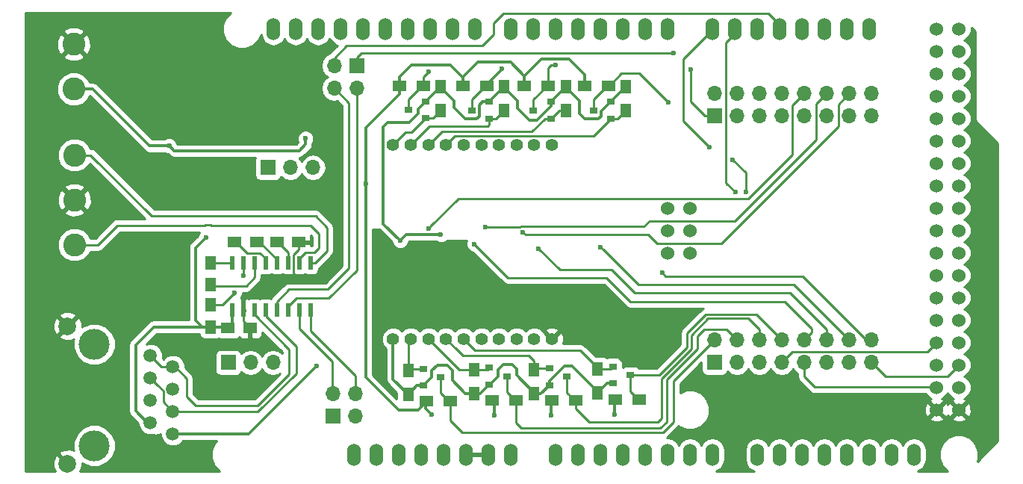
<source format=gbr>
G04 #@! TF.FileFunction,Copper,L2,Bot,Signal*
%FSLAX46Y46*%
G04 Gerber Fmt 4.6, Leading zero omitted, Abs format (unit mm)*
G04 Created by KiCad (PCBNEW 4.0.4-stable) date 05/31/17 10:55:34*
%MOMM*%
%LPD*%
G01*
G04 APERTURE LIST*
%ADD10C,0.100000*%
%ADD11C,0.600000*%
%ADD12R,0.900000X0.800000*%
%ADD13O,1.524000X2.540000*%
%ADD14C,1.524000*%
%ADD15R,0.600000X1.500000*%
%ADD16R,1.500000X1.250000*%
%ADD17R,1.250000X1.500000*%
%ADD18R,1.700000X1.700000*%
%ADD19O,1.700000X1.700000*%
%ADD20C,2.600000*%
%ADD21C,3.500000*%
%ADD22C,2.000000*%
%ADD23C,1.500000*%
%ADD24C,1.400000*%
%ADD25R,1.500000X1.300000*%
%ADD26R,1.300000X1.500000*%
%ADD27C,0.300000*%
%ADD28C,0.250000*%
%ADD29C,0.254000*%
G04 APERTURE END LIST*
D10*
D11*
X201800000Y-114700000D03*
X197800000Y-114700000D03*
X193800000Y-114700000D03*
X189800000Y-114700000D03*
X185800000Y-114700000D03*
X137500000Y-79800000D03*
X139000000Y-82200000D03*
X139000000Y-79800000D03*
X140100000Y-91200000D03*
X140100000Y-88800000D03*
X138400000Y-88800000D03*
X145000000Y-101800000D03*
X145000000Y-99500000D03*
X145600000Y-97100000D03*
X145600000Y-95200000D03*
X175400000Y-105100000D03*
X173900000Y-105100000D03*
X172200000Y-105100000D03*
X175400000Y-103500000D03*
X172200000Y-103500000D03*
D12*
X149900000Y-110600000D03*
X149900000Y-108700000D03*
X151900000Y-109650000D03*
D13*
X182710000Y-70180000D03*
X185250000Y-70180000D03*
X187790000Y-70180000D03*
X190330000Y-70180000D03*
X192870000Y-70180000D03*
X195410000Y-70180000D03*
X197950000Y-70180000D03*
X200490000Y-70180000D03*
X205570000Y-118440000D03*
X203030000Y-118440000D03*
X200490000Y-118440000D03*
X197950000Y-118440000D03*
X187790000Y-118440000D03*
X182710000Y-118440000D03*
X180170000Y-118440000D03*
X190330000Y-118440000D03*
X192870000Y-118440000D03*
X195410000Y-118440000D03*
X177630000Y-118440000D03*
X175090000Y-118440000D03*
X172550000Y-118440000D03*
X164930000Y-118440000D03*
X167470000Y-118440000D03*
X170010000Y-118440000D03*
X159850000Y-118440000D03*
X157310000Y-118440000D03*
X154770000Y-118440000D03*
X149690000Y-118440000D03*
X147150000Y-118440000D03*
X177630000Y-70180000D03*
X175090000Y-70180000D03*
X172550000Y-70180000D03*
X170010000Y-70180000D03*
X167470000Y-70180000D03*
X164930000Y-70180000D03*
X162390000Y-70180000D03*
X159850000Y-70180000D03*
X155786000Y-70180000D03*
X153246000Y-70180000D03*
X150706000Y-70180000D03*
X148166000Y-70180000D03*
X145626000Y-70180000D03*
X143086000Y-70180000D03*
X140546000Y-70180000D03*
X138006000Y-70180000D03*
X152230000Y-118440000D03*
D14*
X208110000Y-72720000D03*
X210650000Y-72720000D03*
X208110000Y-75260000D03*
X210650000Y-75260000D03*
X208110000Y-77800000D03*
X210650000Y-77800000D03*
X208110000Y-80340000D03*
X210650000Y-80340000D03*
X208110000Y-70180000D03*
X210650000Y-70180000D03*
X210650000Y-82880000D03*
X208110000Y-82880000D03*
X208110000Y-85420000D03*
X210650000Y-85420000D03*
X208110000Y-87960000D03*
X210650000Y-87960000D03*
X208110000Y-90500000D03*
X210650000Y-90500000D03*
X208110000Y-93040000D03*
X210650000Y-93040000D03*
X208110000Y-95580000D03*
X210650000Y-95580000D03*
X208110000Y-98120000D03*
X210650000Y-98120000D03*
X208110000Y-100660000D03*
X210650000Y-100660000D03*
X208110000Y-103200000D03*
X210650000Y-103200000D03*
X208110000Y-105740000D03*
X210650000Y-105740000D03*
X208110000Y-108280000D03*
X210650000Y-108280000D03*
X208110000Y-110820000D03*
X210650000Y-110820000D03*
X208110000Y-113360000D03*
X210650000Y-113360000D03*
X177630000Y-90500000D03*
X180170000Y-90500000D03*
X177630000Y-93040000D03*
X180170000Y-93040000D03*
X177630000Y-95580000D03*
X180170000Y-95580000D03*
D13*
X144610000Y-118440000D03*
X142070000Y-118440000D03*
X135466000Y-70180000D03*
X132926000Y-70180000D03*
D15*
X128240000Y-96670000D03*
X129510000Y-96670000D03*
X130780000Y-96670000D03*
X132050000Y-96670000D03*
X133320000Y-96670000D03*
X134590000Y-96670000D03*
X135860000Y-96670000D03*
X137130000Y-96670000D03*
X137130000Y-102070000D03*
X135860000Y-102070000D03*
X134590000Y-102070000D03*
X133320000Y-102070000D03*
X132050000Y-102070000D03*
X130780000Y-102070000D03*
X129510000Y-102070000D03*
X128240000Y-102070000D03*
D16*
X135800000Y-94340000D03*
X133300000Y-94340000D03*
D17*
X125770000Y-103950000D03*
X125770000Y-101450000D03*
D16*
X127780000Y-104100000D03*
X130280000Y-104100000D03*
D17*
X125770000Y-96700000D03*
X125770000Y-99200000D03*
D16*
X128530000Y-94320000D03*
X131030000Y-94320000D03*
D18*
X182950000Y-107970000D03*
D19*
X182950000Y-105430000D03*
X185490000Y-107970000D03*
X185490000Y-105430000D03*
X188030000Y-107970000D03*
X188030000Y-105430000D03*
X190570000Y-107970000D03*
X190570000Y-105430000D03*
X193110000Y-107970000D03*
X193110000Y-105430000D03*
X195650000Y-107970000D03*
X195650000Y-105430000D03*
X198190000Y-107970000D03*
X198190000Y-105430000D03*
X200730000Y-107970000D03*
X200730000Y-105430000D03*
D18*
X139660000Y-114040000D03*
D19*
X139660000Y-111500000D03*
X142200000Y-114040000D03*
X142200000Y-111500000D03*
D18*
X142360000Y-74350000D03*
D19*
X142360000Y-76890000D03*
X139820000Y-74350000D03*
X139820000Y-76890000D03*
D20*
X110370000Y-89560000D03*
X110370000Y-84480000D03*
X110370000Y-94640000D03*
D18*
X127800000Y-108000000D03*
D19*
X130340000Y-108000000D03*
X132880000Y-108000000D03*
D20*
X110280000Y-71910000D03*
X110280000Y-76990000D03*
D21*
X112630000Y-105910000D03*
X112630000Y-117410000D03*
D22*
X109580000Y-103860000D03*
X109580000Y-119460000D03*
D23*
X121520000Y-116105000D03*
X121520000Y-113565000D03*
X121520000Y-111025000D03*
X121520000Y-108485000D03*
X118980000Y-114835000D03*
X118980000Y-112295000D03*
X118980000Y-109755000D03*
X118980000Y-107215000D03*
D18*
X132320000Y-85900000D03*
D19*
X134860000Y-85900000D03*
X137400000Y-85900000D03*
D18*
X182970000Y-80050000D03*
D19*
X182970000Y-77510000D03*
X185510000Y-80050000D03*
X185510000Y-77510000D03*
X188050000Y-80050000D03*
X188050000Y-77510000D03*
X190590000Y-80050000D03*
X190590000Y-77510000D03*
X193130000Y-80050000D03*
X193130000Y-77510000D03*
X195670000Y-80050000D03*
X195670000Y-77510000D03*
X198210000Y-80050000D03*
X198210000Y-77510000D03*
X200750000Y-80050000D03*
X200750000Y-77510000D03*
D24*
X146500000Y-83320000D03*
X148500000Y-83320000D03*
X150500000Y-83320000D03*
X152500000Y-83320000D03*
X154500000Y-83320000D03*
X156500000Y-83320000D03*
X158500000Y-83320000D03*
X160500000Y-83320000D03*
X162500000Y-83320000D03*
X164500000Y-83320000D03*
X164500000Y-105320000D03*
X162500000Y-105320000D03*
X160500000Y-105320000D03*
X158500000Y-105320000D03*
X156500000Y-105320000D03*
X154500000Y-105320000D03*
X152500000Y-105320000D03*
X150500000Y-105320000D03*
X148500000Y-105320000D03*
X146500000Y-105320000D03*
D12*
X157400000Y-110500000D03*
X157400000Y-108600000D03*
X159400000Y-109550000D03*
X171400000Y-110350000D03*
X171400000Y-108450000D03*
X173400000Y-109400000D03*
X164200000Y-110550000D03*
X164200000Y-108650000D03*
X166200000Y-109600000D03*
X150200000Y-78400000D03*
X150200000Y-80300000D03*
X148200000Y-79350000D03*
X157400000Y-78450000D03*
X157400000Y-80350000D03*
X155400000Y-79400000D03*
X164400000Y-78450000D03*
X164400000Y-80350000D03*
X162400000Y-79400000D03*
X171200000Y-78450000D03*
X171200000Y-80350000D03*
X169200000Y-79400000D03*
D25*
X152950000Y-112400000D03*
X150250000Y-112400000D03*
X160450000Y-112300000D03*
X157750000Y-112300000D03*
X174400000Y-112200000D03*
X171700000Y-112200000D03*
X167200000Y-112300000D03*
X164500000Y-112300000D03*
D26*
X148200000Y-108900000D03*
X148200000Y-111600000D03*
X155700000Y-108800000D03*
X155700000Y-111500000D03*
X169700000Y-108700000D03*
X169700000Y-111400000D03*
X162500000Y-108800000D03*
X162500000Y-111500000D03*
X151900000Y-79400000D03*
X151900000Y-76700000D03*
X159100000Y-79400000D03*
X159100000Y-76700000D03*
X166100000Y-79400000D03*
X166100000Y-76700000D03*
X172900000Y-79400000D03*
X172900000Y-76700000D03*
D25*
X149900000Y-76600000D03*
X147200000Y-76600000D03*
X157100000Y-76600000D03*
X154400000Y-76600000D03*
X164100000Y-76600000D03*
X161400000Y-76600000D03*
X170900000Y-76600000D03*
X168200000Y-76600000D03*
D11*
X173900000Y-103500000D03*
X125300000Y-93800000D03*
X171600000Y-113900000D03*
X164400000Y-114000000D03*
X158000000Y-114000000D03*
X150900000Y-113900000D03*
X143400000Y-87700000D03*
X137800000Y-108400000D03*
X147300000Y-94200000D03*
X151900000Y-93500000D03*
X129560000Y-98120000D03*
X128500000Y-100110000D03*
X136570000Y-82600000D03*
X121110000Y-83440000D03*
X185300000Y-88700000D03*
X182400000Y-83600000D03*
X185000000Y-85000000D03*
X186500000Y-88700000D03*
X155700000Y-94600000D03*
X163000000Y-95100000D03*
X170000000Y-94900000D03*
X177000000Y-97800000D03*
X178300000Y-72900000D03*
X150500000Y-75000000D03*
X158800000Y-74700000D03*
X164900000Y-74300000D03*
X177700000Y-78500000D03*
X150500000Y-92800000D03*
X157000000Y-92600000D03*
X161200000Y-93200000D03*
X180200006Y-74800000D03*
X180200000Y-74800000D03*
D27*
X124100000Y-95000000D02*
X125000001Y-94099999D01*
X124845000Y-103950000D02*
X124100000Y-103205000D01*
X124100000Y-103205000D02*
X124100000Y-95000000D01*
X125000001Y-94099999D02*
X125300000Y-93800000D01*
X150900000Y-113900000D02*
X150200000Y-113200000D01*
X150200000Y-113200000D02*
X150200000Y-112450000D01*
X150200000Y-112450000D02*
X150250000Y-112400000D01*
X149300000Y-113400000D02*
X150250000Y-112450000D01*
X150250000Y-112450000D02*
X150250000Y-112400000D01*
X171600000Y-113900000D02*
X171600000Y-112300000D01*
X171600000Y-112300000D02*
X171700000Y-112200000D01*
X164400000Y-114000000D02*
X164400000Y-112400000D01*
X164400000Y-112400000D02*
X164500000Y-112300000D01*
X158000000Y-114000000D02*
X158000000Y-112550000D01*
X158000000Y-112550000D02*
X157750000Y-112300000D01*
X143400000Y-87700000D02*
X143400000Y-109700000D01*
X143400000Y-109700000D02*
X147100000Y-113400000D01*
X147100000Y-113400000D02*
X149300000Y-113400000D01*
X143400000Y-87275736D02*
X143400000Y-87700000D01*
X147200000Y-77550000D02*
X143400000Y-81350000D01*
X147200000Y-76600000D02*
X147200000Y-77550000D01*
X143400000Y-81350000D02*
X143400000Y-87275736D01*
X147200000Y-76600000D02*
X147200000Y-75650000D01*
X147200000Y-75650000D02*
X148550001Y-74299999D01*
X148550001Y-74299999D02*
X152999999Y-74299999D01*
X152999999Y-74299999D02*
X154400000Y-75700000D01*
X154400000Y-75700000D02*
X154400000Y-76600000D01*
X161400000Y-75500000D02*
X163300000Y-73600000D01*
X163300000Y-73600000D02*
X166400000Y-73600000D01*
X166400000Y-73600000D02*
X168200000Y-75400000D01*
X168200000Y-75400000D02*
X168200000Y-76600000D01*
X159800000Y-73900000D02*
X161400000Y-75500000D01*
X161400000Y-75500000D02*
X161400000Y-76600000D01*
X156150000Y-73900000D02*
X159800000Y-73900000D01*
X154400000Y-76600000D02*
X154400000Y-75650000D01*
X154400000Y-75650000D02*
X156150000Y-73900000D01*
X124845000Y-103950000D02*
X119350000Y-103950000D01*
X119350000Y-103950000D02*
X117300000Y-106000000D01*
X117300000Y-106000000D02*
X117300000Y-113500000D01*
X117300000Y-113500000D02*
X118635000Y-114835000D01*
X118635000Y-114835000D02*
X118980000Y-114835000D01*
X128240000Y-102070000D02*
X128240000Y-103640000D01*
X128240000Y-103640000D02*
X127780000Y-104100000D01*
X124845000Y-103950000D02*
X125770000Y-103950000D01*
X125770000Y-103950000D02*
X127630000Y-103950000D01*
X127630000Y-103950000D02*
X127780000Y-104100000D01*
D28*
X134830000Y-98860000D02*
X135234999Y-98455001D01*
X135234999Y-98455001D02*
X135234999Y-95780001D01*
X135800000Y-95215000D02*
X135800000Y-94340000D01*
X135234999Y-95780001D02*
X135800000Y-95215000D01*
X130280000Y-104100000D02*
X129510000Y-103330000D01*
X129510000Y-103330000D02*
X129510000Y-102070000D01*
X164500000Y-105320000D02*
X164500000Y-105840000D01*
D27*
X146500000Y-105320000D02*
X146500000Y-109900000D01*
X146500000Y-109900000D02*
X148200000Y-111600000D01*
X121520000Y-116105000D02*
X130095000Y-116105000D01*
X130095000Y-116105000D02*
X137500001Y-108699999D01*
X137500001Y-108699999D02*
X137800000Y-108400000D01*
X162500000Y-111500000D02*
X163250000Y-111500000D01*
X163250000Y-111500000D02*
X164200000Y-110550000D01*
X149900000Y-110600000D02*
X149950000Y-110600000D01*
X150900000Y-109650000D02*
X150900000Y-108900000D01*
X149950000Y-110600000D02*
X150900000Y-109650000D01*
X150900000Y-108900000D02*
X151500000Y-108300000D01*
X151500000Y-108300000D02*
X152600000Y-108300000D01*
X152600000Y-108300000D02*
X153200000Y-108900000D01*
X153200000Y-108900000D02*
X153200000Y-110000000D01*
X153200000Y-110000000D02*
X154700000Y-111500000D01*
X154700000Y-111500000D02*
X155700000Y-111500000D01*
X149900000Y-110600000D02*
X149200000Y-110600000D01*
X149200000Y-110600000D02*
X148200000Y-111600000D01*
X155700000Y-111500000D02*
X156400000Y-111500000D01*
X156400000Y-111500000D02*
X157400000Y-110500000D01*
X157400000Y-110500000D02*
X157450000Y-110500000D01*
X157450000Y-110500000D02*
X158400000Y-109550000D01*
X158400000Y-109550000D02*
X158400000Y-108800000D01*
X158400000Y-108800000D02*
X159000000Y-108200000D01*
X159000000Y-108200000D02*
X160000000Y-108200000D01*
X160000000Y-108200000D02*
X160500000Y-108700000D01*
X160500000Y-108700000D02*
X160500000Y-109400000D01*
X162500000Y-111400000D02*
X162500000Y-111500000D01*
X160500000Y-109400000D02*
X162500000Y-111400000D01*
X169700000Y-111400000D02*
X169700000Y-111300000D01*
X169700000Y-111300000D02*
X166800000Y-108400000D01*
X166800000Y-108400000D02*
X165900000Y-108400000D01*
X164200000Y-110100000D02*
X164200000Y-110550000D01*
X165900000Y-108400000D02*
X164200000Y-110100000D01*
X171400000Y-110350000D02*
X170750000Y-110350000D01*
X170750000Y-110350000D02*
X169700000Y-111400000D01*
X150150000Y-78400000D02*
X150200000Y-78400000D01*
X148300000Y-80800000D02*
X149300000Y-79800000D01*
X149300000Y-79250000D02*
X150150000Y-78400000D01*
X147300000Y-94200000D02*
X145400000Y-92300000D01*
X145400000Y-92300000D02*
X145400000Y-81300000D01*
X145400000Y-81300000D02*
X145900000Y-80800000D01*
X145900000Y-80800000D02*
X148300000Y-80800000D01*
X149300000Y-79800000D02*
X149300000Y-79250000D01*
X147599999Y-93900001D02*
X147300000Y-94200000D01*
X148000000Y-93500000D02*
X147599999Y-93900001D01*
X151900000Y-93500000D02*
X148000000Y-93500000D01*
X157400000Y-78450000D02*
X156650000Y-78450000D01*
X155970002Y-80400000D02*
X154700000Y-80400000D01*
X156650000Y-78450000D02*
X156250001Y-78849999D01*
X156250001Y-78849999D02*
X156250001Y-80120001D01*
X156250001Y-80120001D02*
X155970002Y-80400000D01*
X154700000Y-80400000D02*
X153400000Y-79100000D01*
X153400000Y-79100000D02*
X153400000Y-78300000D01*
X153400000Y-78300000D02*
X151900000Y-76800000D01*
X151900000Y-76800000D02*
X151900000Y-76700000D01*
X150200000Y-78400000D02*
X151900000Y-76700000D01*
X159100000Y-76700000D02*
X159100000Y-76750000D01*
X159100000Y-76750000D02*
X157400000Y-78450000D01*
X160600000Y-79170002D02*
X160600000Y-78300000D01*
X160600000Y-78300000D02*
X159100000Y-76800000D01*
X159100000Y-76800000D02*
X159100000Y-76700000D01*
X162800001Y-80500000D02*
X161929998Y-80500000D01*
X161929998Y-80500000D02*
X160600000Y-79170002D01*
X164400000Y-78450000D02*
X164400000Y-78900001D01*
X164400000Y-78900001D02*
X162800001Y-80500000D01*
X166100000Y-76700000D02*
X166100000Y-76750000D01*
X166100000Y-76750000D02*
X164400000Y-78450000D01*
X167600000Y-79800000D02*
X167600000Y-78300000D01*
X167600000Y-78300000D02*
X166100000Y-76800000D01*
X166100000Y-76800000D02*
X166100000Y-76700000D01*
X168200000Y-80400000D02*
X167600000Y-79800000D01*
X169770002Y-80400000D02*
X168200000Y-80400000D01*
X171200000Y-78450000D02*
X171150000Y-78450000D01*
X171150000Y-78450000D02*
X170050001Y-79549999D01*
X170050001Y-79549999D02*
X170050001Y-80120001D01*
X170050001Y-80120001D02*
X169770002Y-80400000D01*
X171200000Y-78450000D02*
X171200000Y-78400000D01*
X171200000Y-78400000D02*
X172900000Y-76700000D01*
D28*
X125770000Y-96700000D02*
X128210000Y-96700000D01*
X128210000Y-96700000D02*
X128240000Y-96670000D01*
X128150000Y-96760000D02*
X128240000Y-96670000D01*
X130780000Y-96670000D02*
X130780000Y-98350000D01*
X130780000Y-98350000D02*
X129830000Y-99300000D01*
X125870000Y-99300000D02*
X125770000Y-99200000D01*
X129830000Y-99300000D02*
X125870000Y-99300000D01*
X128530000Y-94320000D02*
X128655000Y-94320000D01*
X128655000Y-94320000D02*
X129929999Y-95594999D01*
X129929999Y-95594999D02*
X131424999Y-95594999D01*
X131424999Y-95594999D02*
X132050000Y-96220000D01*
X132050000Y-96220000D02*
X132050000Y-96670000D01*
X131030000Y-94320000D02*
X131320000Y-94320000D01*
X131320000Y-94320000D02*
X133320000Y-96320000D01*
X133320000Y-96320000D02*
X133320000Y-96670000D01*
X125770000Y-101450000D02*
X127160000Y-101450000D01*
X127160000Y-101450000D02*
X128500000Y-100110000D01*
X129510000Y-96670000D02*
X129510000Y-98070000D01*
X129510000Y-98070000D02*
X129560000Y-98120000D01*
X128500000Y-100225000D02*
X128500000Y-100110000D01*
X133300000Y-94340000D02*
X133425000Y-94340000D01*
X133425000Y-94340000D02*
X134590000Y-95505000D01*
X134590000Y-95505000D02*
X134590000Y-95670000D01*
X134590000Y-95670000D02*
X134590000Y-96670000D01*
D27*
X121110000Y-83440000D02*
X121670000Y-84000000D01*
X121670000Y-84000000D02*
X135850000Y-84000000D01*
X135850000Y-84000000D02*
X136570000Y-83280000D01*
X136570000Y-83280000D02*
X136570000Y-82600000D01*
X110280000Y-76990000D02*
X112440000Y-76990000D01*
X112440000Y-76990000D02*
X118890000Y-83440000D01*
X118890000Y-83440000D02*
X121110000Y-83440000D01*
D28*
X185250000Y-70180000D02*
X185250000Y-70688000D01*
X185250000Y-70688000D02*
X184238000Y-71700000D01*
X184238000Y-71700000D02*
X184238000Y-87638000D01*
X184238000Y-87638000D02*
X184334999Y-87734999D01*
X184334999Y-87734999D02*
X185300000Y-88700000D01*
X142259999Y-114100000D02*
X142200000Y-114040000D01*
X182920000Y-108000000D02*
X182950000Y-107970000D01*
X182950000Y-105430000D02*
X178257499Y-110122501D01*
X178257499Y-110122501D02*
X178257499Y-114742501D01*
X178257499Y-114742501D02*
X177100000Y-115900000D01*
X152950000Y-114550000D02*
X152950000Y-112400000D01*
X177100000Y-115900000D02*
X154300000Y-115900000D01*
X154300000Y-115900000D02*
X152950000Y-114550000D01*
X151900000Y-109650000D02*
X151900000Y-111450000D01*
X151900000Y-111450000D02*
X152850000Y-112400000D01*
X152850000Y-112400000D02*
X152950000Y-112400000D01*
X182400000Y-83600000D02*
X179400000Y-80600000D01*
X179400000Y-80600000D02*
X179400000Y-73600000D01*
X179400000Y-73600000D02*
X182710000Y-70290000D01*
X182710000Y-70290000D02*
X182710000Y-70180000D01*
X186500000Y-88700000D02*
X186500000Y-86500000D01*
X186500000Y-86500000D02*
X185000000Y-85000000D01*
X159400000Y-109550000D02*
X159400000Y-111350000D01*
X159400000Y-111350000D02*
X160350000Y-112300000D01*
X160350000Y-112300000D02*
X160450000Y-112300000D01*
X160450000Y-114850000D02*
X160450000Y-112300000D01*
X161000000Y-115400000D02*
X160450000Y-114850000D01*
X185490000Y-105430000D02*
X184314999Y-104254999D01*
X181745001Y-104254999D02*
X181000000Y-105000000D01*
X184314999Y-104254999D02*
X181745001Y-104254999D01*
X177500000Y-114700000D02*
X176800000Y-115400000D01*
X181000000Y-105000000D02*
X181000000Y-106400000D01*
X181000000Y-106400000D02*
X177500000Y-109900000D01*
X177500000Y-109900000D02*
X177500000Y-114700000D01*
X176800000Y-115400000D02*
X161000000Y-115400000D01*
X166200000Y-109600000D02*
X166200000Y-111400000D01*
X166200000Y-111400000D02*
X167100000Y-112300000D01*
X167100000Y-112300000D02*
X167200000Y-112300000D01*
X167200000Y-112300000D02*
X167200000Y-113200000D01*
X167200000Y-113200000D02*
X168700000Y-114700000D01*
X168700000Y-114700000D02*
X176500000Y-114700000D01*
X176900000Y-114300000D02*
X176500000Y-114700000D01*
X176900000Y-109863590D02*
X176900000Y-114300000D01*
X180300000Y-104900000D02*
X180300000Y-106463590D01*
X180300000Y-106463590D02*
X176900000Y-109863590D01*
X182200000Y-103000000D02*
X180300000Y-104900000D01*
X186802081Y-103000000D02*
X182200000Y-103000000D01*
X188030000Y-105430000D02*
X188030000Y-104227919D01*
X188030000Y-104227919D02*
X186802081Y-103000000D01*
X198759002Y-106800000D02*
X198754001Y-106794999D01*
X208110000Y-105740000D02*
X207050000Y-106800000D01*
X193674001Y-106794999D02*
X192545999Y-106794999D01*
X207050000Y-106800000D02*
X201299002Y-106800000D01*
X191740000Y-106800000D02*
X191419999Y-107120001D01*
X196214001Y-106794999D02*
X195085999Y-106794999D01*
X201299002Y-106800000D02*
X201294001Y-106794999D01*
X201294001Y-106794999D02*
X200165999Y-106794999D01*
X195085999Y-106794999D02*
X195080998Y-106800000D01*
X197620998Y-106800000D02*
X196219002Y-106800000D01*
X200165999Y-106794999D02*
X200160998Y-106800000D01*
X200160998Y-106800000D02*
X198759002Y-106800000D01*
X198754001Y-106794999D02*
X197625999Y-106794999D01*
X197625999Y-106794999D02*
X197620998Y-106800000D01*
X196219002Y-106800000D02*
X196214001Y-106794999D01*
X195080998Y-106800000D02*
X193679002Y-106800000D01*
X193679002Y-106800000D02*
X193674001Y-106794999D01*
X192545999Y-106794999D02*
X192540998Y-106800000D01*
X192540998Y-106800000D02*
X191740000Y-106800000D01*
X191419999Y-107120001D02*
X190570000Y-107970000D01*
X173400000Y-109400000D02*
X173400000Y-111300000D01*
X173400000Y-111300000D02*
X174300000Y-112200000D01*
X174300000Y-112200000D02*
X174400000Y-112200000D01*
X190570000Y-105430000D02*
X187689990Y-102549990D01*
X187689990Y-102549990D02*
X181950010Y-102549990D01*
X179849990Y-106250010D02*
X176700000Y-109400000D01*
X181950010Y-102549990D02*
X179849990Y-104650010D01*
X179849990Y-104650010D02*
X179849990Y-106250010D01*
X176700000Y-109400000D02*
X173400000Y-109400000D01*
X208110000Y-110820000D02*
X208090000Y-110800000D01*
X208090000Y-110800000D02*
X194300000Y-110800000D01*
X194300000Y-110800000D02*
X193110000Y-109610000D01*
X193110000Y-109610000D02*
X193110000Y-107970000D01*
X193110000Y-105430000D02*
X193959999Y-104580001D01*
X193959999Y-104580001D02*
X193959999Y-104159999D01*
X193959999Y-104159999D02*
X190900000Y-101100000D01*
X190900000Y-101100000D02*
X173400000Y-101100000D01*
X173400000Y-101100000D02*
X170700000Y-98400000D01*
X170700000Y-98400000D02*
X159500000Y-98400000D01*
X159500000Y-98400000D02*
X155700000Y-94600000D01*
X195650000Y-105430000D02*
X195650000Y-104227919D01*
X195650000Y-104227919D02*
X191522081Y-100100000D01*
X191522081Y-100100000D02*
X173900000Y-100100000D01*
X173900000Y-100100000D02*
X171300000Y-97500000D01*
X171300000Y-97500000D02*
X165400000Y-97500000D01*
X165400000Y-97500000D02*
X163000000Y-95100000D01*
X198190000Y-105430000D02*
X191960000Y-99200000D01*
X191960000Y-99200000D02*
X174300000Y-99200000D01*
X174300000Y-99200000D02*
X170299999Y-95199999D01*
X170299999Y-95199999D02*
X170000000Y-94900000D01*
X200730000Y-107970000D02*
X202360000Y-109600000D01*
X202360000Y-109600000D02*
X209330000Y-109600000D01*
X209330000Y-109600000D02*
X209888001Y-109041999D01*
X209888001Y-109041999D02*
X210650000Y-108280000D01*
X200730000Y-105430000D02*
X200130000Y-105430000D01*
X192900000Y-98200000D02*
X177400000Y-98200000D01*
X200130000Y-105430000D02*
X192900000Y-98200000D01*
X177400000Y-98200000D02*
X177000000Y-97800000D01*
X139660000Y-111500000D02*
X139600000Y-111440000D01*
X139600000Y-111440000D02*
X139600000Y-107880000D01*
X139600000Y-107880000D02*
X135860000Y-104140000D01*
X135860000Y-104140000D02*
X135860000Y-102070000D01*
X137130000Y-102070000D02*
X137130000Y-104400000D01*
X137130000Y-104400000D02*
X142200000Y-109470000D01*
X142200000Y-109470000D02*
X142200000Y-111500000D01*
X142360000Y-74350000D02*
X142360000Y-73440000D01*
X142360000Y-73440000D02*
X142900000Y-72900000D01*
X142900000Y-72900000D02*
X178200000Y-72900000D01*
X178200000Y-72900000D02*
X178300000Y-72900000D01*
X139190000Y-100680000D02*
X142360000Y-97510000D01*
X135530000Y-100680000D02*
X139190000Y-100680000D01*
X134590000Y-102070000D02*
X134590000Y-101620000D01*
X142360000Y-97510000D02*
X142360000Y-78092081D01*
X134590000Y-101620000D02*
X135530000Y-100680000D01*
X142360000Y-78092081D02*
X142360000Y-76890000D01*
X139820000Y-74350000D02*
X139820000Y-73480000D01*
X139820000Y-73480000D02*
X141240000Y-72060000D01*
X141240000Y-72060000D02*
X156630000Y-72060000D01*
X156630000Y-72060000D02*
X157900000Y-70790000D01*
X189068000Y-68410000D02*
X190330000Y-69672000D01*
X157900000Y-70790000D02*
X157900000Y-69520000D01*
X159010000Y-68410000D02*
X189068000Y-68410000D01*
X157900000Y-69520000D02*
X159010000Y-68410000D01*
X190330000Y-69672000D02*
X190330000Y-70180000D01*
X134680000Y-99710000D02*
X139130000Y-99710000D01*
X141500000Y-97340000D02*
X141500000Y-78570000D01*
X133320000Y-102070000D02*
X133320000Y-101070000D01*
X133320000Y-101070000D02*
X134680000Y-99710000D01*
X139130000Y-99710000D02*
X141500000Y-97340000D01*
X141500000Y-78570000D02*
X139820000Y-76890000D01*
X110370000Y-84480000D02*
X112208477Y-84480000D01*
X137700000Y-91400000D02*
X139000000Y-92700000D01*
X112208477Y-84480000D02*
X119128477Y-91400000D01*
X139000000Y-95350000D02*
X137680000Y-96670000D01*
X119128477Y-91400000D02*
X137700000Y-91400000D01*
X139000000Y-92700000D02*
X139000000Y-95350000D01*
X137680000Y-96670000D02*
X137130000Y-96670000D01*
X136580000Y-95500000D02*
X137600000Y-95500000D01*
X125824001Y-92424999D02*
X125175999Y-92424999D01*
X137600000Y-95500000D02*
X138100000Y-95000000D01*
X138100000Y-95000000D02*
X138100000Y-93400000D01*
X135860000Y-96670000D02*
X135860000Y-96220000D01*
X138100000Y-93400000D02*
X137150000Y-92450000D01*
X137150000Y-92450000D02*
X125849002Y-92450000D01*
X125849002Y-92450000D02*
X125824001Y-92424999D01*
X125175999Y-92424999D02*
X125150998Y-92450000D01*
X135860000Y-96220000D02*
X136580000Y-95500000D01*
X125150998Y-92450000D02*
X120600000Y-92450000D01*
X120600000Y-92450000D02*
X120270000Y-92450000D01*
X120600000Y-92450000D02*
X115230000Y-92450000D01*
X115230000Y-92450000D02*
X113040000Y-94640000D01*
X113040000Y-94640000D02*
X110370000Y-94640000D01*
X132050000Y-102750000D02*
X132050000Y-102070000D01*
X135500000Y-109200000D02*
X135500000Y-106200000D01*
X121520000Y-113565000D02*
X131135000Y-113565000D01*
X131135000Y-113565000D02*
X135500000Y-109200000D01*
X135500000Y-106200000D02*
X132050000Y-102750000D01*
X121520000Y-113565000D02*
X120444999Y-112489999D01*
X120444999Y-112489999D02*
X120444999Y-111219999D01*
X120444999Y-111219999D02*
X119729999Y-110504999D01*
X119729999Y-110504999D02*
X118980000Y-109755000D01*
X121520000Y-108485000D02*
X121785000Y-108485000D01*
X121785000Y-108485000D02*
X123100000Y-109800000D01*
X130780000Y-102580000D02*
X130780000Y-102070000D01*
X123100000Y-109800000D02*
X123100000Y-111900000D01*
X123100000Y-111900000D02*
X124100000Y-112900000D01*
X124100000Y-112900000D02*
X131100000Y-112900000D01*
X134700000Y-109300000D02*
X134700000Y-106500000D01*
X131100000Y-112900000D02*
X134700000Y-109300000D01*
X134700000Y-106500000D02*
X130780000Y-102580000D01*
X118980000Y-107215000D02*
X120250000Y-108485000D01*
X120250000Y-108485000D02*
X121520000Y-108485000D01*
X150500000Y-75000000D02*
X149900000Y-75600000D01*
X149900000Y-75600000D02*
X149900000Y-76600000D01*
X149900000Y-76600000D02*
X149800000Y-76600000D01*
X149800000Y-76600000D02*
X148200000Y-78200000D01*
X148200000Y-78200000D02*
X148200000Y-78700000D01*
X148200000Y-78700000D02*
X148200000Y-79350000D01*
X158800000Y-74700000D02*
X157100000Y-76400000D01*
X157100000Y-76400000D02*
X157100000Y-76600000D01*
X157100000Y-76600000D02*
X157000000Y-76600000D01*
X157000000Y-76600000D02*
X155400000Y-78200000D01*
X155400000Y-78200000D02*
X155400000Y-79400000D01*
X164100000Y-76600000D02*
X164000000Y-76600000D01*
X164000000Y-76600000D02*
X162400000Y-78200000D01*
X162400000Y-78200000D02*
X162400000Y-78750000D01*
X162400000Y-78750000D02*
X162400000Y-79400000D01*
X164900000Y-74300000D02*
X164400000Y-74300000D01*
X164400000Y-74300000D02*
X164100000Y-74600000D01*
X164100000Y-74600000D02*
X164100000Y-76600000D01*
X177700000Y-78500000D02*
X174400000Y-75200000D01*
X174400000Y-75200000D02*
X172400000Y-75200000D01*
X172400000Y-75200000D02*
X171000000Y-76600000D01*
X171000000Y-76600000D02*
X170900000Y-76600000D01*
X169200000Y-79400000D02*
X169200000Y-78200000D01*
X169200000Y-78200000D02*
X170800000Y-76600000D01*
X170800000Y-76600000D02*
X170900000Y-76600000D01*
X193130000Y-77510000D02*
X191765001Y-78874999D01*
X191765001Y-84434999D02*
X186800000Y-89400000D01*
X191765001Y-78874999D02*
X191765001Y-84434999D01*
X186800000Y-89400000D02*
X153900000Y-89400000D01*
X153900000Y-89400000D02*
X150799999Y-92500001D01*
X150799999Y-92500001D02*
X150500000Y-92800000D01*
X195670000Y-77510000D02*
X194494999Y-78685001D01*
X194494999Y-78685001D02*
X194494999Y-82705001D01*
X194494999Y-82705001D02*
X185247001Y-91952999D01*
X160974999Y-92574999D02*
X160949998Y-92600000D01*
X185247001Y-91952999D02*
X175552999Y-91952999D01*
X175552999Y-91952999D02*
X174930999Y-92574999D01*
X174930999Y-92574999D02*
X160974999Y-92574999D01*
X160949998Y-92600000D02*
X157000000Y-92600000D01*
X198210000Y-77510000D02*
X197000000Y-78720000D01*
X197000000Y-78720000D02*
X197000000Y-81200000D01*
X197000000Y-81200000D02*
X183707001Y-94492999D01*
X183707001Y-94492999D02*
X176392999Y-94492999D01*
X176392999Y-94492999D02*
X175400000Y-93500000D01*
X161500000Y-93500000D02*
X161200000Y-93200000D01*
X175400000Y-93500000D02*
X161500000Y-93500000D01*
X180200006Y-75224264D02*
X180200006Y-74800000D01*
X181870000Y-80050000D02*
X180200006Y-78380006D01*
X182970000Y-80050000D02*
X181870000Y-80050000D01*
X180200006Y-78380006D02*
X180200006Y-75224264D01*
X148200000Y-108900000D02*
X148200000Y-105620000D01*
X148200000Y-105620000D02*
X148500000Y-105320000D01*
X149900000Y-108700000D02*
X148400000Y-108700000D01*
X148400000Y-108700000D02*
X148200000Y-108900000D01*
X150500000Y-105320000D02*
X150520000Y-105320000D01*
X150520000Y-105320000D02*
X154000000Y-108800000D01*
X154000000Y-108800000D02*
X155700000Y-108800000D01*
X155700000Y-108800000D02*
X157200000Y-108800000D01*
X157200000Y-108800000D02*
X157400000Y-108600000D01*
X169700000Y-108700000D02*
X171150000Y-108700000D01*
X171150000Y-108700000D02*
X171400000Y-108450000D01*
X167700000Y-106600000D02*
X169700000Y-108600000D01*
X169700000Y-108600000D02*
X169700000Y-108700000D01*
X155780000Y-106600000D02*
X167700000Y-106600000D01*
X154500000Y-105320000D02*
X155780000Y-106600000D01*
X162500000Y-108800000D02*
X162500000Y-107800000D01*
X162500000Y-107800000D02*
X161900000Y-107200000D01*
X161900000Y-107200000D02*
X154380000Y-107200000D01*
X154380000Y-107200000D02*
X153629990Y-106449990D01*
X153629990Y-106449990D02*
X152500000Y-105320000D01*
X164200000Y-108650000D02*
X162650000Y-108650000D01*
X162650000Y-108650000D02*
X162500000Y-108800000D01*
X150200000Y-80300000D02*
X150150000Y-80300000D01*
X150150000Y-80300000D02*
X148550000Y-81900000D01*
X148550000Y-81900000D02*
X147920000Y-81900000D01*
X147920000Y-81900000D02*
X146500000Y-83320000D01*
X150200000Y-80300000D02*
X151000000Y-80300000D01*
X151000000Y-80300000D02*
X151900000Y-79400000D01*
X157400000Y-80350000D02*
X158150000Y-80350000D01*
X158150000Y-80350000D02*
X159100000Y-79400000D01*
X157400000Y-80350000D02*
X157400000Y-81000000D01*
X157400000Y-81000000D02*
X157200000Y-81200000D01*
X157200000Y-81200000D02*
X150620000Y-81200000D01*
X150620000Y-81200000D02*
X148500000Y-83320000D01*
X162242477Y-81800000D02*
X152020000Y-81800000D01*
X152020000Y-81800000D02*
X150500000Y-83320000D01*
X164400000Y-80350000D02*
X163692477Y-80350000D01*
X163692477Y-80350000D02*
X162242477Y-81800000D01*
X166100000Y-79400000D02*
X165350000Y-79400000D01*
X165350000Y-79400000D02*
X164400000Y-80350000D01*
X152500000Y-83320000D02*
X153525001Y-82294999D01*
X153525001Y-82294999D02*
X169205001Y-82294999D01*
X169205001Y-82294999D02*
X171150000Y-80350000D01*
X171150000Y-80350000D02*
X171200000Y-80350000D01*
X171200000Y-80350000D02*
X171950000Y-80350000D01*
X171950000Y-80350000D02*
X172900000Y-79400000D01*
D29*
G36*
X127486955Y-68919411D02*
X127147887Y-69735978D01*
X127147115Y-70620143D01*
X127484758Y-71437300D01*
X128109411Y-72063045D01*
X128925978Y-72402113D01*
X129810143Y-72402885D01*
X130627300Y-72065242D01*
X131253045Y-71440589D01*
X131535818Y-70759596D01*
X131635340Y-71259930D01*
X131938172Y-71713149D01*
X132391391Y-72015981D01*
X132926000Y-72122321D01*
X133460609Y-72015981D01*
X133913828Y-71713149D01*
X134196000Y-71290850D01*
X134478172Y-71713149D01*
X134931391Y-72015981D01*
X135466000Y-72122321D01*
X136000609Y-72015981D01*
X136453828Y-71713149D01*
X136736000Y-71290850D01*
X137018172Y-71713149D01*
X137471391Y-72015981D01*
X138006000Y-72122321D01*
X138540609Y-72015981D01*
X138993828Y-71713149D01*
X139285330Y-71276887D01*
X139303941Y-71339941D01*
X139647974Y-71765630D01*
X140128723Y-72027260D01*
X140186325Y-72038873D01*
X139282599Y-72942599D01*
X139282442Y-72942834D01*
X139251715Y-72948946D01*
X138769946Y-73270853D01*
X138448039Y-73752622D01*
X138335000Y-74320907D01*
X138335000Y-74379093D01*
X138448039Y-74947378D01*
X138769946Y-75429147D01*
X139055578Y-75620000D01*
X138769946Y-75810853D01*
X138448039Y-76292622D01*
X138335000Y-76860907D01*
X138335000Y-76919093D01*
X138448039Y-77487378D01*
X138769946Y-77969147D01*
X139251715Y-78291054D01*
X139820000Y-78404093D01*
X140186408Y-78331210D01*
X140740000Y-78884802D01*
X140740000Y-97025198D01*
X138815198Y-98950000D01*
X134680000Y-98950000D01*
X134437414Y-98998254D01*
X134389160Y-99007852D01*
X134142599Y-99172599D01*
X132782599Y-100532599D01*
X132638351Y-100748482D01*
X132601890Y-100723569D01*
X132350000Y-100672560D01*
X131750000Y-100672560D01*
X131514683Y-100716838D01*
X131415472Y-100780678D01*
X131331890Y-100723569D01*
X131080000Y-100672560D01*
X130480000Y-100672560D01*
X130244683Y-100716838D01*
X130154020Y-100775178D01*
X129936310Y-100685000D01*
X129795750Y-100685000D01*
X129637000Y-100843750D01*
X129637000Y-101943000D01*
X129657000Y-101943000D01*
X129657000Y-102197000D01*
X129637000Y-102197000D01*
X129637000Y-102217000D01*
X129383000Y-102217000D01*
X129383000Y-102197000D01*
X129363000Y-102197000D01*
X129363000Y-101943000D01*
X129383000Y-101943000D01*
X129383000Y-100843750D01*
X129235835Y-100696585D01*
X129292192Y-100640327D01*
X129434838Y-100296799D01*
X129435044Y-100060000D01*
X129830000Y-100060000D01*
X130120839Y-100002148D01*
X130367401Y-99837401D01*
X131317401Y-98887401D01*
X131482148Y-98640839D01*
X131540000Y-98350000D01*
X131540000Y-98024914D01*
X131750000Y-98067440D01*
X132350000Y-98067440D01*
X132585317Y-98023162D01*
X132684528Y-97959322D01*
X132768110Y-98016431D01*
X133020000Y-98067440D01*
X133620000Y-98067440D01*
X133855317Y-98023162D01*
X133954528Y-97959322D01*
X134038110Y-98016431D01*
X134290000Y-98067440D01*
X134890000Y-98067440D01*
X135125317Y-98023162D01*
X135224528Y-97959322D01*
X135308110Y-98016431D01*
X135560000Y-98067440D01*
X136160000Y-98067440D01*
X136395317Y-98023162D01*
X136494528Y-97959322D01*
X136578110Y-98016431D01*
X136830000Y-98067440D01*
X137430000Y-98067440D01*
X137665317Y-98023162D01*
X137881441Y-97884090D01*
X138026431Y-97671890D01*
X138077440Y-97420000D01*
X138077440Y-97300920D01*
X138217401Y-97207401D01*
X139537401Y-95887401D01*
X139702148Y-95640839D01*
X139760000Y-95350000D01*
X139760000Y-92700000D01*
X139702148Y-92409161D01*
X139537401Y-92162599D01*
X138237401Y-90862599D01*
X137990839Y-90697852D01*
X137700000Y-90640000D01*
X119443279Y-90640000D01*
X112745878Y-83942599D01*
X112499316Y-83777852D01*
X112208477Y-83720000D01*
X112149648Y-83720000D01*
X112011370Y-83385342D01*
X111467521Y-82840543D01*
X110756584Y-82545337D01*
X109986793Y-82544665D01*
X109275342Y-82838630D01*
X108730543Y-83382479D01*
X108435337Y-84093416D01*
X108434665Y-84863207D01*
X108728630Y-85574658D01*
X109272479Y-86119457D01*
X109983416Y-86414663D01*
X110753207Y-86415335D01*
X111464658Y-86121370D01*
X112009457Y-85577521D01*
X112074516Y-85420841D01*
X118343675Y-91690000D01*
X115230000Y-91690000D01*
X114939161Y-91747852D01*
X114692599Y-91912599D01*
X112725198Y-93880000D01*
X112149648Y-93880000D01*
X112011370Y-93545342D01*
X111467521Y-93000543D01*
X110756584Y-92705337D01*
X109986793Y-92704665D01*
X109275342Y-92998630D01*
X108730543Y-93542479D01*
X108435337Y-94253416D01*
X108434665Y-95023207D01*
X108728630Y-95734658D01*
X109272479Y-96279457D01*
X109983416Y-96574663D01*
X110753207Y-96575335D01*
X111464658Y-96281370D01*
X112009457Y-95737521D01*
X112149608Y-95400000D01*
X113040000Y-95400000D01*
X113330839Y-95342148D01*
X113577401Y-95177401D01*
X115544802Y-93210000D01*
X124567585Y-93210000D01*
X124507808Y-93269673D01*
X124365162Y-93613201D01*
X124365152Y-93624690D01*
X123544921Y-94444921D01*
X123374755Y-94699593D01*
X123331941Y-94914833D01*
X123315000Y-95000000D01*
X123315000Y-103165000D01*
X119350000Y-103165000D01*
X119049594Y-103224755D01*
X118794921Y-103394921D01*
X116744921Y-105444921D01*
X116574755Y-105699593D01*
X116555210Y-105797852D01*
X116515000Y-106000000D01*
X116515000Y-113500000D01*
X116574755Y-113800407D01*
X116744921Y-114055079D01*
X117594938Y-114905096D01*
X117594760Y-115109285D01*
X117805169Y-115618515D01*
X118194436Y-116008461D01*
X118703298Y-116219759D01*
X119254285Y-116220240D01*
X119392234Y-116163241D01*
X119398356Y-116176141D01*
X119435987Y-116209688D01*
X119483705Y-116225950D01*
X119533991Y-116222367D01*
X120135043Y-116055408D01*
X120134760Y-116379285D01*
X120345169Y-116888515D01*
X120734436Y-117278461D01*
X121243298Y-117489759D01*
X121794285Y-117490240D01*
X122303515Y-117279831D01*
X122693461Y-116890564D01*
X122693695Y-116890000D01*
X126506872Y-116890000D01*
X126216955Y-117179411D01*
X125877887Y-117995978D01*
X125877115Y-118880143D01*
X126214758Y-119697300D01*
X126821397Y-120305000D01*
X111010259Y-120305000D01*
X111225908Y-119724539D01*
X111212641Y-119366013D01*
X111277242Y-119430726D01*
X112153513Y-119794585D01*
X113102325Y-119795413D01*
X113979229Y-119433084D01*
X114650726Y-118762758D01*
X115014585Y-117886487D01*
X115015413Y-116937675D01*
X114653084Y-116060771D01*
X113982758Y-115389274D01*
X113106487Y-115025415D01*
X112157675Y-115024587D01*
X111280771Y-115386916D01*
X110609274Y-116057242D01*
X110245415Y-116933513D01*
X110244587Y-117882325D01*
X110283827Y-117977293D01*
X109844539Y-117814092D01*
X109194540Y-117838144D01*
X108705736Y-118040613D01*
X108607073Y-118307468D01*
X109580000Y-119280395D01*
X109594143Y-119266253D01*
X109773748Y-119445858D01*
X109759605Y-119460000D01*
X109773748Y-119474143D01*
X109594143Y-119653748D01*
X109580000Y-119639605D01*
X109565858Y-119653748D01*
X109386253Y-119474143D01*
X109400395Y-119460000D01*
X108427468Y-118487073D01*
X108160613Y-118585736D01*
X107934092Y-119195461D01*
X107958144Y-119845460D01*
X108148491Y-120305000D01*
X104815000Y-120305000D01*
X104815000Y-105012532D01*
X108607073Y-105012532D01*
X108705736Y-105279387D01*
X109315461Y-105505908D01*
X109965460Y-105481856D01*
X110279325Y-105351849D01*
X110245415Y-105433513D01*
X110244587Y-106382325D01*
X110606916Y-107259229D01*
X111277242Y-107930726D01*
X112153513Y-108294585D01*
X113102325Y-108295413D01*
X113979229Y-107933084D01*
X114650726Y-107262758D01*
X115014585Y-106386487D01*
X115015413Y-105437675D01*
X114653084Y-104560771D01*
X113982758Y-103889274D01*
X113106487Y-103525415D01*
X112157675Y-103524587D01*
X111280771Y-103886916D01*
X111219383Y-103948197D01*
X111201856Y-103474540D01*
X110999387Y-102985736D01*
X110732532Y-102887073D01*
X109759605Y-103860000D01*
X109773748Y-103874143D01*
X109594143Y-104053748D01*
X109580000Y-104039605D01*
X108607073Y-105012532D01*
X104815000Y-105012532D01*
X104815000Y-103595461D01*
X107934092Y-103595461D01*
X107958144Y-104245460D01*
X108160613Y-104734264D01*
X108427468Y-104832927D01*
X109400395Y-103860000D01*
X108427468Y-102887073D01*
X108160613Y-102985736D01*
X107934092Y-103595461D01*
X104815000Y-103595461D01*
X104815000Y-102707468D01*
X108607073Y-102707468D01*
X109580000Y-103680395D01*
X110552927Y-102707468D01*
X110454264Y-102440613D01*
X109844539Y-102214092D01*
X109194540Y-102238144D01*
X108705736Y-102440613D01*
X108607073Y-102707468D01*
X104815000Y-102707468D01*
X104815000Y-90929459D01*
X109180146Y-90929459D01*
X109315504Y-91227455D01*
X110033880Y-91504066D01*
X110803427Y-91484710D01*
X111424496Y-91227455D01*
X111559854Y-90929459D01*
X110370000Y-89739605D01*
X109180146Y-90929459D01*
X104815000Y-90929459D01*
X104815000Y-89223880D01*
X108425934Y-89223880D01*
X108445290Y-89993427D01*
X108702545Y-90614496D01*
X109000541Y-90749854D01*
X110190395Y-89560000D01*
X110549605Y-89560000D01*
X111739459Y-90749854D01*
X112037455Y-90614496D01*
X112314066Y-89896120D01*
X112294710Y-89126573D01*
X112037455Y-88505504D01*
X111739459Y-88370146D01*
X110549605Y-89560000D01*
X110190395Y-89560000D01*
X109000541Y-88370146D01*
X108702545Y-88505504D01*
X108425934Y-89223880D01*
X104815000Y-89223880D01*
X104815000Y-88190541D01*
X109180146Y-88190541D01*
X110370000Y-89380395D01*
X111559854Y-88190541D01*
X111424496Y-87892545D01*
X110706120Y-87615934D01*
X109936573Y-87635290D01*
X109315504Y-87892545D01*
X109180146Y-88190541D01*
X104815000Y-88190541D01*
X104815000Y-77373207D01*
X108344665Y-77373207D01*
X108638630Y-78084658D01*
X109182479Y-78629457D01*
X109893416Y-78924663D01*
X110663207Y-78925335D01*
X111374658Y-78631370D01*
X111919457Y-78087521D01*
X112049227Y-77775000D01*
X112114842Y-77775000D01*
X118334919Y-83995076D01*
X118334921Y-83995079D01*
X118589594Y-84165245D01*
X118890000Y-84225000D01*
X120572494Y-84225000D01*
X120579673Y-84232192D01*
X120923201Y-84374838D01*
X120934690Y-84374848D01*
X121114921Y-84555079D01*
X121369594Y-84725245D01*
X121670000Y-84785001D01*
X121670005Y-84785000D01*
X130882527Y-84785000D01*
X130873569Y-84798110D01*
X130822560Y-85050000D01*
X130822560Y-86750000D01*
X130866838Y-86985317D01*
X131005910Y-87201441D01*
X131218110Y-87346431D01*
X131470000Y-87397440D01*
X133170000Y-87397440D01*
X133405317Y-87353162D01*
X133621441Y-87214090D01*
X133766431Y-87001890D01*
X133780086Y-86934459D01*
X133809946Y-86979147D01*
X134291715Y-87301054D01*
X134860000Y-87414093D01*
X135428285Y-87301054D01*
X135910054Y-86979147D01*
X136130000Y-86649974D01*
X136349946Y-86979147D01*
X136831715Y-87301054D01*
X137400000Y-87414093D01*
X137968285Y-87301054D01*
X138450054Y-86979147D01*
X138771961Y-86497378D01*
X138885000Y-85929093D01*
X138885000Y-85870907D01*
X138771961Y-85302622D01*
X138450054Y-84820853D01*
X137968285Y-84498946D01*
X137400000Y-84385907D01*
X136831715Y-84498946D01*
X136349946Y-84820853D01*
X136130000Y-85150026D01*
X135910054Y-84820853D01*
X135854929Y-84784020D01*
X136150407Y-84725245D01*
X136405079Y-84555079D01*
X137125079Y-83835079D01*
X137295245Y-83580406D01*
X137355000Y-83280000D01*
X137355000Y-83137506D01*
X137362192Y-83130327D01*
X137504838Y-82786799D01*
X137505162Y-82414833D01*
X137363117Y-82071057D01*
X137100327Y-81807808D01*
X136756799Y-81665162D01*
X136384833Y-81664838D01*
X136041057Y-81806883D01*
X135777808Y-82069673D01*
X135635162Y-82413201D01*
X135634838Y-82785167D01*
X135728352Y-83011490D01*
X135524842Y-83215000D01*
X122028703Y-83215000D01*
X121903117Y-82911057D01*
X121640327Y-82647808D01*
X121296799Y-82505162D01*
X120924833Y-82504838D01*
X120581057Y-82646883D01*
X120572926Y-82655000D01*
X119215157Y-82655000D01*
X112995079Y-76434921D01*
X112740407Y-76264755D01*
X112440000Y-76205000D01*
X112049318Y-76205000D01*
X111921370Y-75895342D01*
X111377521Y-75350543D01*
X110666584Y-75055337D01*
X109896793Y-75054665D01*
X109185342Y-75348630D01*
X108640543Y-75892479D01*
X108345337Y-76603416D01*
X108344665Y-77373207D01*
X104815000Y-77373207D01*
X104815000Y-73279459D01*
X109090146Y-73279459D01*
X109225504Y-73577455D01*
X109943880Y-73854066D01*
X110713427Y-73834710D01*
X111334496Y-73577455D01*
X111469854Y-73279459D01*
X110280000Y-72089605D01*
X109090146Y-73279459D01*
X104815000Y-73279459D01*
X104815000Y-71573880D01*
X108335934Y-71573880D01*
X108355290Y-72343427D01*
X108612545Y-72964496D01*
X108910541Y-73099854D01*
X110100395Y-71910000D01*
X110459605Y-71910000D01*
X111649459Y-73099854D01*
X111947455Y-72964496D01*
X112224066Y-72246120D01*
X112204710Y-71476573D01*
X111947455Y-70855504D01*
X111649459Y-70720146D01*
X110459605Y-71910000D01*
X110100395Y-71910000D01*
X108910541Y-70720146D01*
X108612545Y-70855504D01*
X108335934Y-71573880D01*
X104815000Y-71573880D01*
X104815000Y-70540541D01*
X109090146Y-70540541D01*
X110280000Y-71730395D01*
X111469854Y-70540541D01*
X111334496Y-70242545D01*
X110616120Y-69965934D01*
X109846573Y-69985290D01*
X109225504Y-70242545D01*
X109090146Y-70540541D01*
X104815000Y-70540541D01*
X104815000Y-68335000D01*
X128072388Y-68335000D01*
X127486955Y-68919411D01*
X127486955Y-68919411D01*
G37*
X127486955Y-68919411D02*
X127147887Y-69735978D01*
X127147115Y-70620143D01*
X127484758Y-71437300D01*
X128109411Y-72063045D01*
X128925978Y-72402113D01*
X129810143Y-72402885D01*
X130627300Y-72065242D01*
X131253045Y-71440589D01*
X131535818Y-70759596D01*
X131635340Y-71259930D01*
X131938172Y-71713149D01*
X132391391Y-72015981D01*
X132926000Y-72122321D01*
X133460609Y-72015981D01*
X133913828Y-71713149D01*
X134196000Y-71290850D01*
X134478172Y-71713149D01*
X134931391Y-72015981D01*
X135466000Y-72122321D01*
X136000609Y-72015981D01*
X136453828Y-71713149D01*
X136736000Y-71290850D01*
X137018172Y-71713149D01*
X137471391Y-72015981D01*
X138006000Y-72122321D01*
X138540609Y-72015981D01*
X138993828Y-71713149D01*
X139285330Y-71276887D01*
X139303941Y-71339941D01*
X139647974Y-71765630D01*
X140128723Y-72027260D01*
X140186325Y-72038873D01*
X139282599Y-72942599D01*
X139282442Y-72942834D01*
X139251715Y-72948946D01*
X138769946Y-73270853D01*
X138448039Y-73752622D01*
X138335000Y-74320907D01*
X138335000Y-74379093D01*
X138448039Y-74947378D01*
X138769946Y-75429147D01*
X139055578Y-75620000D01*
X138769946Y-75810853D01*
X138448039Y-76292622D01*
X138335000Y-76860907D01*
X138335000Y-76919093D01*
X138448039Y-77487378D01*
X138769946Y-77969147D01*
X139251715Y-78291054D01*
X139820000Y-78404093D01*
X140186408Y-78331210D01*
X140740000Y-78884802D01*
X140740000Y-97025198D01*
X138815198Y-98950000D01*
X134680000Y-98950000D01*
X134437414Y-98998254D01*
X134389160Y-99007852D01*
X134142599Y-99172599D01*
X132782599Y-100532599D01*
X132638351Y-100748482D01*
X132601890Y-100723569D01*
X132350000Y-100672560D01*
X131750000Y-100672560D01*
X131514683Y-100716838D01*
X131415472Y-100780678D01*
X131331890Y-100723569D01*
X131080000Y-100672560D01*
X130480000Y-100672560D01*
X130244683Y-100716838D01*
X130154020Y-100775178D01*
X129936310Y-100685000D01*
X129795750Y-100685000D01*
X129637000Y-100843750D01*
X129637000Y-101943000D01*
X129657000Y-101943000D01*
X129657000Y-102197000D01*
X129637000Y-102197000D01*
X129637000Y-102217000D01*
X129383000Y-102217000D01*
X129383000Y-102197000D01*
X129363000Y-102197000D01*
X129363000Y-101943000D01*
X129383000Y-101943000D01*
X129383000Y-100843750D01*
X129235835Y-100696585D01*
X129292192Y-100640327D01*
X129434838Y-100296799D01*
X129435044Y-100060000D01*
X129830000Y-100060000D01*
X130120839Y-100002148D01*
X130367401Y-99837401D01*
X131317401Y-98887401D01*
X131482148Y-98640839D01*
X131540000Y-98350000D01*
X131540000Y-98024914D01*
X131750000Y-98067440D01*
X132350000Y-98067440D01*
X132585317Y-98023162D01*
X132684528Y-97959322D01*
X132768110Y-98016431D01*
X133020000Y-98067440D01*
X133620000Y-98067440D01*
X133855317Y-98023162D01*
X133954528Y-97959322D01*
X134038110Y-98016431D01*
X134290000Y-98067440D01*
X134890000Y-98067440D01*
X135125317Y-98023162D01*
X135224528Y-97959322D01*
X135308110Y-98016431D01*
X135560000Y-98067440D01*
X136160000Y-98067440D01*
X136395317Y-98023162D01*
X136494528Y-97959322D01*
X136578110Y-98016431D01*
X136830000Y-98067440D01*
X137430000Y-98067440D01*
X137665317Y-98023162D01*
X137881441Y-97884090D01*
X138026431Y-97671890D01*
X138077440Y-97420000D01*
X138077440Y-97300920D01*
X138217401Y-97207401D01*
X139537401Y-95887401D01*
X139702148Y-95640839D01*
X139760000Y-95350000D01*
X139760000Y-92700000D01*
X139702148Y-92409161D01*
X139537401Y-92162599D01*
X138237401Y-90862599D01*
X137990839Y-90697852D01*
X137700000Y-90640000D01*
X119443279Y-90640000D01*
X112745878Y-83942599D01*
X112499316Y-83777852D01*
X112208477Y-83720000D01*
X112149648Y-83720000D01*
X112011370Y-83385342D01*
X111467521Y-82840543D01*
X110756584Y-82545337D01*
X109986793Y-82544665D01*
X109275342Y-82838630D01*
X108730543Y-83382479D01*
X108435337Y-84093416D01*
X108434665Y-84863207D01*
X108728630Y-85574658D01*
X109272479Y-86119457D01*
X109983416Y-86414663D01*
X110753207Y-86415335D01*
X111464658Y-86121370D01*
X112009457Y-85577521D01*
X112074516Y-85420841D01*
X118343675Y-91690000D01*
X115230000Y-91690000D01*
X114939161Y-91747852D01*
X114692599Y-91912599D01*
X112725198Y-93880000D01*
X112149648Y-93880000D01*
X112011370Y-93545342D01*
X111467521Y-93000543D01*
X110756584Y-92705337D01*
X109986793Y-92704665D01*
X109275342Y-92998630D01*
X108730543Y-93542479D01*
X108435337Y-94253416D01*
X108434665Y-95023207D01*
X108728630Y-95734658D01*
X109272479Y-96279457D01*
X109983416Y-96574663D01*
X110753207Y-96575335D01*
X111464658Y-96281370D01*
X112009457Y-95737521D01*
X112149608Y-95400000D01*
X113040000Y-95400000D01*
X113330839Y-95342148D01*
X113577401Y-95177401D01*
X115544802Y-93210000D01*
X124567585Y-93210000D01*
X124507808Y-93269673D01*
X124365162Y-93613201D01*
X124365152Y-93624690D01*
X123544921Y-94444921D01*
X123374755Y-94699593D01*
X123331941Y-94914833D01*
X123315000Y-95000000D01*
X123315000Y-103165000D01*
X119350000Y-103165000D01*
X119049594Y-103224755D01*
X118794921Y-103394921D01*
X116744921Y-105444921D01*
X116574755Y-105699593D01*
X116555210Y-105797852D01*
X116515000Y-106000000D01*
X116515000Y-113500000D01*
X116574755Y-113800407D01*
X116744921Y-114055079D01*
X117594938Y-114905096D01*
X117594760Y-115109285D01*
X117805169Y-115618515D01*
X118194436Y-116008461D01*
X118703298Y-116219759D01*
X119254285Y-116220240D01*
X119392234Y-116163241D01*
X119398356Y-116176141D01*
X119435987Y-116209688D01*
X119483705Y-116225950D01*
X119533991Y-116222367D01*
X120135043Y-116055408D01*
X120134760Y-116379285D01*
X120345169Y-116888515D01*
X120734436Y-117278461D01*
X121243298Y-117489759D01*
X121794285Y-117490240D01*
X122303515Y-117279831D01*
X122693461Y-116890564D01*
X122693695Y-116890000D01*
X126506872Y-116890000D01*
X126216955Y-117179411D01*
X125877887Y-117995978D01*
X125877115Y-118880143D01*
X126214758Y-119697300D01*
X126821397Y-120305000D01*
X111010259Y-120305000D01*
X111225908Y-119724539D01*
X111212641Y-119366013D01*
X111277242Y-119430726D01*
X112153513Y-119794585D01*
X113102325Y-119795413D01*
X113979229Y-119433084D01*
X114650726Y-118762758D01*
X115014585Y-117886487D01*
X115015413Y-116937675D01*
X114653084Y-116060771D01*
X113982758Y-115389274D01*
X113106487Y-115025415D01*
X112157675Y-115024587D01*
X111280771Y-115386916D01*
X110609274Y-116057242D01*
X110245415Y-116933513D01*
X110244587Y-117882325D01*
X110283827Y-117977293D01*
X109844539Y-117814092D01*
X109194540Y-117838144D01*
X108705736Y-118040613D01*
X108607073Y-118307468D01*
X109580000Y-119280395D01*
X109594143Y-119266253D01*
X109773748Y-119445858D01*
X109759605Y-119460000D01*
X109773748Y-119474143D01*
X109594143Y-119653748D01*
X109580000Y-119639605D01*
X109565858Y-119653748D01*
X109386253Y-119474143D01*
X109400395Y-119460000D01*
X108427468Y-118487073D01*
X108160613Y-118585736D01*
X107934092Y-119195461D01*
X107958144Y-119845460D01*
X108148491Y-120305000D01*
X104815000Y-120305000D01*
X104815000Y-105012532D01*
X108607073Y-105012532D01*
X108705736Y-105279387D01*
X109315461Y-105505908D01*
X109965460Y-105481856D01*
X110279325Y-105351849D01*
X110245415Y-105433513D01*
X110244587Y-106382325D01*
X110606916Y-107259229D01*
X111277242Y-107930726D01*
X112153513Y-108294585D01*
X113102325Y-108295413D01*
X113979229Y-107933084D01*
X114650726Y-107262758D01*
X115014585Y-106386487D01*
X115015413Y-105437675D01*
X114653084Y-104560771D01*
X113982758Y-103889274D01*
X113106487Y-103525415D01*
X112157675Y-103524587D01*
X111280771Y-103886916D01*
X111219383Y-103948197D01*
X111201856Y-103474540D01*
X110999387Y-102985736D01*
X110732532Y-102887073D01*
X109759605Y-103860000D01*
X109773748Y-103874143D01*
X109594143Y-104053748D01*
X109580000Y-104039605D01*
X108607073Y-105012532D01*
X104815000Y-105012532D01*
X104815000Y-103595461D01*
X107934092Y-103595461D01*
X107958144Y-104245460D01*
X108160613Y-104734264D01*
X108427468Y-104832927D01*
X109400395Y-103860000D01*
X108427468Y-102887073D01*
X108160613Y-102985736D01*
X107934092Y-103595461D01*
X104815000Y-103595461D01*
X104815000Y-102707468D01*
X108607073Y-102707468D01*
X109580000Y-103680395D01*
X110552927Y-102707468D01*
X110454264Y-102440613D01*
X109844539Y-102214092D01*
X109194540Y-102238144D01*
X108705736Y-102440613D01*
X108607073Y-102707468D01*
X104815000Y-102707468D01*
X104815000Y-90929459D01*
X109180146Y-90929459D01*
X109315504Y-91227455D01*
X110033880Y-91504066D01*
X110803427Y-91484710D01*
X111424496Y-91227455D01*
X111559854Y-90929459D01*
X110370000Y-89739605D01*
X109180146Y-90929459D01*
X104815000Y-90929459D01*
X104815000Y-89223880D01*
X108425934Y-89223880D01*
X108445290Y-89993427D01*
X108702545Y-90614496D01*
X109000541Y-90749854D01*
X110190395Y-89560000D01*
X110549605Y-89560000D01*
X111739459Y-90749854D01*
X112037455Y-90614496D01*
X112314066Y-89896120D01*
X112294710Y-89126573D01*
X112037455Y-88505504D01*
X111739459Y-88370146D01*
X110549605Y-89560000D01*
X110190395Y-89560000D01*
X109000541Y-88370146D01*
X108702545Y-88505504D01*
X108425934Y-89223880D01*
X104815000Y-89223880D01*
X104815000Y-88190541D01*
X109180146Y-88190541D01*
X110370000Y-89380395D01*
X111559854Y-88190541D01*
X111424496Y-87892545D01*
X110706120Y-87615934D01*
X109936573Y-87635290D01*
X109315504Y-87892545D01*
X109180146Y-88190541D01*
X104815000Y-88190541D01*
X104815000Y-77373207D01*
X108344665Y-77373207D01*
X108638630Y-78084658D01*
X109182479Y-78629457D01*
X109893416Y-78924663D01*
X110663207Y-78925335D01*
X111374658Y-78631370D01*
X111919457Y-78087521D01*
X112049227Y-77775000D01*
X112114842Y-77775000D01*
X118334919Y-83995076D01*
X118334921Y-83995079D01*
X118589594Y-84165245D01*
X118890000Y-84225000D01*
X120572494Y-84225000D01*
X120579673Y-84232192D01*
X120923201Y-84374838D01*
X120934690Y-84374848D01*
X121114921Y-84555079D01*
X121369594Y-84725245D01*
X121670000Y-84785001D01*
X121670005Y-84785000D01*
X130882527Y-84785000D01*
X130873569Y-84798110D01*
X130822560Y-85050000D01*
X130822560Y-86750000D01*
X130866838Y-86985317D01*
X131005910Y-87201441D01*
X131218110Y-87346431D01*
X131470000Y-87397440D01*
X133170000Y-87397440D01*
X133405317Y-87353162D01*
X133621441Y-87214090D01*
X133766431Y-87001890D01*
X133780086Y-86934459D01*
X133809946Y-86979147D01*
X134291715Y-87301054D01*
X134860000Y-87414093D01*
X135428285Y-87301054D01*
X135910054Y-86979147D01*
X136130000Y-86649974D01*
X136349946Y-86979147D01*
X136831715Y-87301054D01*
X137400000Y-87414093D01*
X137968285Y-87301054D01*
X138450054Y-86979147D01*
X138771961Y-86497378D01*
X138885000Y-85929093D01*
X138885000Y-85870907D01*
X138771961Y-85302622D01*
X138450054Y-84820853D01*
X137968285Y-84498946D01*
X137400000Y-84385907D01*
X136831715Y-84498946D01*
X136349946Y-84820853D01*
X136130000Y-85150026D01*
X135910054Y-84820853D01*
X135854929Y-84784020D01*
X136150407Y-84725245D01*
X136405079Y-84555079D01*
X137125079Y-83835079D01*
X137295245Y-83580406D01*
X137355000Y-83280000D01*
X137355000Y-83137506D01*
X137362192Y-83130327D01*
X137504838Y-82786799D01*
X137505162Y-82414833D01*
X137363117Y-82071057D01*
X137100327Y-81807808D01*
X136756799Y-81665162D01*
X136384833Y-81664838D01*
X136041057Y-81806883D01*
X135777808Y-82069673D01*
X135635162Y-82413201D01*
X135634838Y-82785167D01*
X135728352Y-83011490D01*
X135524842Y-83215000D01*
X122028703Y-83215000D01*
X121903117Y-82911057D01*
X121640327Y-82647808D01*
X121296799Y-82505162D01*
X120924833Y-82504838D01*
X120581057Y-82646883D01*
X120572926Y-82655000D01*
X119215157Y-82655000D01*
X112995079Y-76434921D01*
X112740407Y-76264755D01*
X112440000Y-76205000D01*
X112049318Y-76205000D01*
X111921370Y-75895342D01*
X111377521Y-75350543D01*
X110666584Y-75055337D01*
X109896793Y-75054665D01*
X109185342Y-75348630D01*
X108640543Y-75892479D01*
X108345337Y-76603416D01*
X108344665Y-77373207D01*
X104815000Y-77373207D01*
X104815000Y-73279459D01*
X109090146Y-73279459D01*
X109225504Y-73577455D01*
X109943880Y-73854066D01*
X110713427Y-73834710D01*
X111334496Y-73577455D01*
X111469854Y-73279459D01*
X110280000Y-72089605D01*
X109090146Y-73279459D01*
X104815000Y-73279459D01*
X104815000Y-71573880D01*
X108335934Y-71573880D01*
X108355290Y-72343427D01*
X108612545Y-72964496D01*
X108910541Y-73099854D01*
X110100395Y-71910000D01*
X110459605Y-71910000D01*
X111649459Y-73099854D01*
X111947455Y-72964496D01*
X112224066Y-72246120D01*
X112204710Y-71476573D01*
X111947455Y-70855504D01*
X111649459Y-70720146D01*
X110459605Y-71910000D01*
X110100395Y-71910000D01*
X108910541Y-70720146D01*
X108612545Y-70855504D01*
X108335934Y-71573880D01*
X104815000Y-71573880D01*
X104815000Y-70540541D01*
X109090146Y-70540541D01*
X110280000Y-71730395D01*
X111469854Y-70540541D01*
X111334496Y-70242545D01*
X110616120Y-69965934D01*
X109846573Y-69985290D01*
X109225504Y-70242545D01*
X109090146Y-70540541D01*
X104815000Y-70540541D01*
X104815000Y-68335000D01*
X128072388Y-68335000D01*
X127486955Y-68919411D01*
G36*
X212515000Y-70473736D02*
X212515000Y-80350000D01*
X212540967Y-80480543D01*
X212566627Y-80610889D01*
X212567009Y-80611463D01*
X212567143Y-80612138D01*
X212640924Y-80722559D01*
X212714677Y-80833412D01*
X215045000Y-83172946D01*
X215045000Y-116897054D01*
X212733606Y-119217584D01*
X212872113Y-118884022D01*
X212872885Y-117999857D01*
X212535242Y-117182700D01*
X211910589Y-116556955D01*
X211094022Y-116217887D01*
X210209857Y-116217115D01*
X209392700Y-116554758D01*
X208766955Y-117179411D01*
X208427887Y-117995978D01*
X208427115Y-118880143D01*
X208764758Y-119697300D01*
X209371397Y-120305000D01*
X205958720Y-120305000D01*
X206104609Y-120275981D01*
X206557828Y-119973149D01*
X206860660Y-119519930D01*
X206967000Y-118985321D01*
X206967000Y-117894679D01*
X206860660Y-117360070D01*
X206557828Y-116906851D01*
X206104609Y-116604019D01*
X205570000Y-116497679D01*
X205035391Y-116604019D01*
X204582172Y-116906851D01*
X204300000Y-117329150D01*
X204017828Y-116906851D01*
X203564609Y-116604019D01*
X203030000Y-116497679D01*
X202495391Y-116604019D01*
X202042172Y-116906851D01*
X201760000Y-117329150D01*
X201477828Y-116906851D01*
X201024609Y-116604019D01*
X200490000Y-116497679D01*
X199955391Y-116604019D01*
X199502172Y-116906851D01*
X199220000Y-117329150D01*
X198937828Y-116906851D01*
X198484609Y-116604019D01*
X197950000Y-116497679D01*
X197415391Y-116604019D01*
X196962172Y-116906851D01*
X196680000Y-117329150D01*
X196397828Y-116906851D01*
X195944609Y-116604019D01*
X195410000Y-116497679D01*
X194875391Y-116604019D01*
X194422172Y-116906851D01*
X194140000Y-117329150D01*
X193857828Y-116906851D01*
X193404609Y-116604019D01*
X192870000Y-116497679D01*
X192335391Y-116604019D01*
X191882172Y-116906851D01*
X191600000Y-117329150D01*
X191317828Y-116906851D01*
X190864609Y-116604019D01*
X190330000Y-116497679D01*
X189795391Y-116604019D01*
X189342172Y-116906851D01*
X189060000Y-117329150D01*
X188777828Y-116906851D01*
X188324609Y-116604019D01*
X187790000Y-116497679D01*
X187255391Y-116604019D01*
X186802172Y-116906851D01*
X186499340Y-117360070D01*
X186393000Y-117894679D01*
X186393000Y-118985321D01*
X186499340Y-119519930D01*
X186802172Y-119973149D01*
X187255391Y-120275981D01*
X187401280Y-120305000D01*
X183098720Y-120305000D01*
X183244609Y-120275981D01*
X183697828Y-119973149D01*
X184000660Y-119519930D01*
X184107000Y-118985321D01*
X184107000Y-117894679D01*
X184000660Y-117360070D01*
X183697828Y-116906851D01*
X183244609Y-116604019D01*
X182710000Y-116497679D01*
X182175391Y-116604019D01*
X181722172Y-116906851D01*
X181440000Y-117329150D01*
X181157828Y-116906851D01*
X180704609Y-116604019D01*
X180170000Y-116497679D01*
X179635391Y-116604019D01*
X179182172Y-116906851D01*
X178900000Y-117329150D01*
X178617828Y-116906851D01*
X178164609Y-116604019D01*
X177630000Y-116497679D01*
X177512086Y-116521133D01*
X177637401Y-116437401D01*
X178794900Y-115279902D01*
X178855567Y-115189107D01*
X178909411Y-115243045D01*
X179725978Y-115582113D01*
X180610143Y-115582885D01*
X181427300Y-115245242D01*
X182053045Y-114620589D01*
X182169467Y-114340213D01*
X207309392Y-114340213D01*
X207378857Y-114582397D01*
X207902302Y-114769144D01*
X208457368Y-114741362D01*
X208841143Y-114582397D01*
X208910608Y-114340213D01*
X209849392Y-114340213D01*
X209918857Y-114582397D01*
X210442302Y-114769144D01*
X210997368Y-114741362D01*
X211381143Y-114582397D01*
X211450608Y-114340213D01*
X210650000Y-113539605D01*
X209849392Y-114340213D01*
X208910608Y-114340213D01*
X208110000Y-113539605D01*
X207309392Y-114340213D01*
X182169467Y-114340213D01*
X182392113Y-113804022D01*
X182392682Y-113152302D01*
X206700856Y-113152302D01*
X206728638Y-113707368D01*
X206887603Y-114091143D01*
X207129787Y-114160608D01*
X207930395Y-113360000D01*
X208289605Y-113360000D01*
X209090213Y-114160608D01*
X209332397Y-114091143D01*
X209376453Y-113967656D01*
X209427603Y-114091143D01*
X209669787Y-114160608D01*
X210470395Y-113360000D01*
X210829605Y-113360000D01*
X211630213Y-114160608D01*
X211872397Y-114091143D01*
X212059144Y-113567698D01*
X212031362Y-113012632D01*
X211872397Y-112628857D01*
X211630213Y-112559392D01*
X210829605Y-113360000D01*
X210470395Y-113360000D01*
X209669787Y-112559392D01*
X209427603Y-112628857D01*
X209383547Y-112752344D01*
X209332397Y-112628857D01*
X209090213Y-112559392D01*
X208289605Y-113360000D01*
X207930395Y-113360000D01*
X207129787Y-112559392D01*
X206887603Y-112628857D01*
X206700856Y-113152302D01*
X182392682Y-113152302D01*
X182392885Y-112919857D01*
X182055242Y-112102700D01*
X181430589Y-111476955D01*
X180614022Y-111137887D01*
X179729857Y-111137115D01*
X179017499Y-111431456D01*
X179017499Y-110437303D01*
X181452560Y-108002242D01*
X181452560Y-108820000D01*
X181496838Y-109055317D01*
X181635910Y-109271441D01*
X181848110Y-109416431D01*
X182100000Y-109467440D01*
X183800000Y-109467440D01*
X184035317Y-109423162D01*
X184251441Y-109284090D01*
X184396431Y-109071890D01*
X184410086Y-109004459D01*
X184439946Y-109049147D01*
X184921715Y-109371054D01*
X185490000Y-109484093D01*
X186058285Y-109371054D01*
X186540054Y-109049147D01*
X186760000Y-108719974D01*
X186979946Y-109049147D01*
X187461715Y-109371054D01*
X188030000Y-109484093D01*
X188598285Y-109371054D01*
X189080054Y-109049147D01*
X189300000Y-108719974D01*
X189519946Y-109049147D01*
X190001715Y-109371054D01*
X190570000Y-109484093D01*
X191138285Y-109371054D01*
X191620054Y-109049147D01*
X191840000Y-108719974D01*
X192059946Y-109049147D01*
X192350000Y-109242954D01*
X192350000Y-109610000D01*
X192407852Y-109900839D01*
X192572599Y-110147401D01*
X193762599Y-111337401D01*
X194009161Y-111502148D01*
X194300000Y-111560000D01*
X206904205Y-111560000D01*
X206924990Y-111610303D01*
X207317630Y-112003629D01*
X207509727Y-112083395D01*
X207378857Y-112137603D01*
X207309392Y-112379787D01*
X208110000Y-113180395D01*
X208910608Y-112379787D01*
X208841143Y-112137603D01*
X208700682Y-112087491D01*
X208900303Y-112005010D01*
X209293629Y-111612370D01*
X209379949Y-111404488D01*
X209464990Y-111610303D01*
X209857630Y-112003629D01*
X210049727Y-112083395D01*
X209918857Y-112137603D01*
X209849392Y-112379787D01*
X210650000Y-113180395D01*
X211450608Y-112379787D01*
X211381143Y-112137603D01*
X211240682Y-112087491D01*
X211440303Y-112005010D01*
X211833629Y-111612370D01*
X212046757Y-111099100D01*
X212047242Y-110543339D01*
X211835010Y-110029697D01*
X211442370Y-109636371D01*
X211234488Y-109550051D01*
X211440303Y-109465010D01*
X211833629Y-109072370D01*
X212046757Y-108559100D01*
X212047242Y-108003339D01*
X211835010Y-107489697D01*
X211442370Y-107096371D01*
X211234488Y-107010051D01*
X211440303Y-106925010D01*
X211833629Y-106532370D01*
X212046757Y-106019100D01*
X212047242Y-105463339D01*
X211835010Y-104949697D01*
X211442370Y-104556371D01*
X211234488Y-104470051D01*
X211440303Y-104385010D01*
X211833629Y-103992370D01*
X212046757Y-103479100D01*
X212047242Y-102923339D01*
X211835010Y-102409697D01*
X211442370Y-102016371D01*
X211234488Y-101930051D01*
X211440303Y-101845010D01*
X211833629Y-101452370D01*
X212046757Y-100939100D01*
X212047242Y-100383339D01*
X211835010Y-99869697D01*
X211442370Y-99476371D01*
X211234488Y-99390051D01*
X211440303Y-99305010D01*
X211833629Y-98912370D01*
X212046757Y-98399100D01*
X212047242Y-97843339D01*
X211835010Y-97329697D01*
X211442370Y-96936371D01*
X211234488Y-96850051D01*
X211440303Y-96765010D01*
X211833629Y-96372370D01*
X212046757Y-95859100D01*
X212047242Y-95303339D01*
X211835010Y-94789697D01*
X211442370Y-94396371D01*
X211234488Y-94310051D01*
X211440303Y-94225010D01*
X211833629Y-93832370D01*
X212046757Y-93319100D01*
X212047242Y-92763339D01*
X211835010Y-92249697D01*
X211442370Y-91856371D01*
X211234488Y-91770051D01*
X211440303Y-91685010D01*
X211833629Y-91292370D01*
X212046757Y-90779100D01*
X212047242Y-90223339D01*
X211835010Y-89709697D01*
X211442370Y-89316371D01*
X211234488Y-89230051D01*
X211440303Y-89145010D01*
X211833629Y-88752370D01*
X212046757Y-88239100D01*
X212047242Y-87683339D01*
X211835010Y-87169697D01*
X211442370Y-86776371D01*
X211234488Y-86690051D01*
X211440303Y-86605010D01*
X211833629Y-86212370D01*
X212046757Y-85699100D01*
X212047242Y-85143339D01*
X211835010Y-84629697D01*
X211442370Y-84236371D01*
X211234488Y-84150051D01*
X211440303Y-84065010D01*
X211833629Y-83672370D01*
X212046757Y-83159100D01*
X212047242Y-82603339D01*
X211835010Y-82089697D01*
X211442370Y-81696371D01*
X211234488Y-81610051D01*
X211440303Y-81525010D01*
X211833629Y-81132370D01*
X212046757Y-80619100D01*
X212047242Y-80063339D01*
X211835010Y-79549697D01*
X211442370Y-79156371D01*
X211234488Y-79070051D01*
X211440303Y-78985010D01*
X211833629Y-78592370D01*
X212046757Y-78079100D01*
X212047242Y-77523339D01*
X211835010Y-77009697D01*
X211442370Y-76616371D01*
X211234488Y-76530051D01*
X211440303Y-76445010D01*
X211833629Y-76052370D01*
X212046757Y-75539100D01*
X212047242Y-74983339D01*
X211835010Y-74469697D01*
X211442370Y-74076371D01*
X211234488Y-73990051D01*
X211440303Y-73905010D01*
X211833629Y-73512370D01*
X212046757Y-72999100D01*
X212047242Y-72443339D01*
X211835010Y-71929697D01*
X211442370Y-71536371D01*
X211234488Y-71450051D01*
X211440303Y-71365010D01*
X211833629Y-70972370D01*
X212046757Y-70459100D01*
X212047153Y-70005889D01*
X212515000Y-70473736D01*
X212515000Y-70473736D01*
G37*
X212515000Y-70473736D02*
X212515000Y-80350000D01*
X212540967Y-80480543D01*
X212566627Y-80610889D01*
X212567009Y-80611463D01*
X212567143Y-80612138D01*
X212640924Y-80722559D01*
X212714677Y-80833412D01*
X215045000Y-83172946D01*
X215045000Y-116897054D01*
X212733606Y-119217584D01*
X212872113Y-118884022D01*
X212872885Y-117999857D01*
X212535242Y-117182700D01*
X211910589Y-116556955D01*
X211094022Y-116217887D01*
X210209857Y-116217115D01*
X209392700Y-116554758D01*
X208766955Y-117179411D01*
X208427887Y-117995978D01*
X208427115Y-118880143D01*
X208764758Y-119697300D01*
X209371397Y-120305000D01*
X205958720Y-120305000D01*
X206104609Y-120275981D01*
X206557828Y-119973149D01*
X206860660Y-119519930D01*
X206967000Y-118985321D01*
X206967000Y-117894679D01*
X206860660Y-117360070D01*
X206557828Y-116906851D01*
X206104609Y-116604019D01*
X205570000Y-116497679D01*
X205035391Y-116604019D01*
X204582172Y-116906851D01*
X204300000Y-117329150D01*
X204017828Y-116906851D01*
X203564609Y-116604019D01*
X203030000Y-116497679D01*
X202495391Y-116604019D01*
X202042172Y-116906851D01*
X201760000Y-117329150D01*
X201477828Y-116906851D01*
X201024609Y-116604019D01*
X200490000Y-116497679D01*
X199955391Y-116604019D01*
X199502172Y-116906851D01*
X199220000Y-117329150D01*
X198937828Y-116906851D01*
X198484609Y-116604019D01*
X197950000Y-116497679D01*
X197415391Y-116604019D01*
X196962172Y-116906851D01*
X196680000Y-117329150D01*
X196397828Y-116906851D01*
X195944609Y-116604019D01*
X195410000Y-116497679D01*
X194875391Y-116604019D01*
X194422172Y-116906851D01*
X194140000Y-117329150D01*
X193857828Y-116906851D01*
X193404609Y-116604019D01*
X192870000Y-116497679D01*
X192335391Y-116604019D01*
X191882172Y-116906851D01*
X191600000Y-117329150D01*
X191317828Y-116906851D01*
X190864609Y-116604019D01*
X190330000Y-116497679D01*
X189795391Y-116604019D01*
X189342172Y-116906851D01*
X189060000Y-117329150D01*
X188777828Y-116906851D01*
X188324609Y-116604019D01*
X187790000Y-116497679D01*
X187255391Y-116604019D01*
X186802172Y-116906851D01*
X186499340Y-117360070D01*
X186393000Y-117894679D01*
X186393000Y-118985321D01*
X186499340Y-119519930D01*
X186802172Y-119973149D01*
X187255391Y-120275981D01*
X187401280Y-120305000D01*
X183098720Y-120305000D01*
X183244609Y-120275981D01*
X183697828Y-119973149D01*
X184000660Y-119519930D01*
X184107000Y-118985321D01*
X184107000Y-117894679D01*
X184000660Y-117360070D01*
X183697828Y-116906851D01*
X183244609Y-116604019D01*
X182710000Y-116497679D01*
X182175391Y-116604019D01*
X181722172Y-116906851D01*
X181440000Y-117329150D01*
X181157828Y-116906851D01*
X180704609Y-116604019D01*
X180170000Y-116497679D01*
X179635391Y-116604019D01*
X179182172Y-116906851D01*
X178900000Y-117329150D01*
X178617828Y-116906851D01*
X178164609Y-116604019D01*
X177630000Y-116497679D01*
X177512086Y-116521133D01*
X177637401Y-116437401D01*
X178794900Y-115279902D01*
X178855567Y-115189107D01*
X178909411Y-115243045D01*
X179725978Y-115582113D01*
X180610143Y-115582885D01*
X181427300Y-115245242D01*
X182053045Y-114620589D01*
X182169467Y-114340213D01*
X207309392Y-114340213D01*
X207378857Y-114582397D01*
X207902302Y-114769144D01*
X208457368Y-114741362D01*
X208841143Y-114582397D01*
X208910608Y-114340213D01*
X209849392Y-114340213D01*
X209918857Y-114582397D01*
X210442302Y-114769144D01*
X210997368Y-114741362D01*
X211381143Y-114582397D01*
X211450608Y-114340213D01*
X210650000Y-113539605D01*
X209849392Y-114340213D01*
X208910608Y-114340213D01*
X208110000Y-113539605D01*
X207309392Y-114340213D01*
X182169467Y-114340213D01*
X182392113Y-113804022D01*
X182392682Y-113152302D01*
X206700856Y-113152302D01*
X206728638Y-113707368D01*
X206887603Y-114091143D01*
X207129787Y-114160608D01*
X207930395Y-113360000D01*
X208289605Y-113360000D01*
X209090213Y-114160608D01*
X209332397Y-114091143D01*
X209376453Y-113967656D01*
X209427603Y-114091143D01*
X209669787Y-114160608D01*
X210470395Y-113360000D01*
X210829605Y-113360000D01*
X211630213Y-114160608D01*
X211872397Y-114091143D01*
X212059144Y-113567698D01*
X212031362Y-113012632D01*
X211872397Y-112628857D01*
X211630213Y-112559392D01*
X210829605Y-113360000D01*
X210470395Y-113360000D01*
X209669787Y-112559392D01*
X209427603Y-112628857D01*
X209383547Y-112752344D01*
X209332397Y-112628857D01*
X209090213Y-112559392D01*
X208289605Y-113360000D01*
X207930395Y-113360000D01*
X207129787Y-112559392D01*
X206887603Y-112628857D01*
X206700856Y-113152302D01*
X182392682Y-113152302D01*
X182392885Y-112919857D01*
X182055242Y-112102700D01*
X181430589Y-111476955D01*
X180614022Y-111137887D01*
X179729857Y-111137115D01*
X179017499Y-111431456D01*
X179017499Y-110437303D01*
X181452560Y-108002242D01*
X181452560Y-108820000D01*
X181496838Y-109055317D01*
X181635910Y-109271441D01*
X181848110Y-109416431D01*
X182100000Y-109467440D01*
X183800000Y-109467440D01*
X184035317Y-109423162D01*
X184251441Y-109284090D01*
X184396431Y-109071890D01*
X184410086Y-109004459D01*
X184439946Y-109049147D01*
X184921715Y-109371054D01*
X185490000Y-109484093D01*
X186058285Y-109371054D01*
X186540054Y-109049147D01*
X186760000Y-108719974D01*
X186979946Y-109049147D01*
X187461715Y-109371054D01*
X188030000Y-109484093D01*
X188598285Y-109371054D01*
X189080054Y-109049147D01*
X189300000Y-108719974D01*
X189519946Y-109049147D01*
X190001715Y-109371054D01*
X190570000Y-109484093D01*
X191138285Y-109371054D01*
X191620054Y-109049147D01*
X191840000Y-108719974D01*
X192059946Y-109049147D01*
X192350000Y-109242954D01*
X192350000Y-109610000D01*
X192407852Y-109900839D01*
X192572599Y-110147401D01*
X193762599Y-111337401D01*
X194009161Y-111502148D01*
X194300000Y-111560000D01*
X206904205Y-111560000D01*
X206924990Y-111610303D01*
X207317630Y-112003629D01*
X207509727Y-112083395D01*
X207378857Y-112137603D01*
X207309392Y-112379787D01*
X208110000Y-113180395D01*
X208910608Y-112379787D01*
X208841143Y-112137603D01*
X208700682Y-112087491D01*
X208900303Y-112005010D01*
X209293629Y-111612370D01*
X209379949Y-111404488D01*
X209464990Y-111610303D01*
X209857630Y-112003629D01*
X210049727Y-112083395D01*
X209918857Y-112137603D01*
X209849392Y-112379787D01*
X210650000Y-113180395D01*
X211450608Y-112379787D01*
X211381143Y-112137603D01*
X211240682Y-112087491D01*
X211440303Y-112005010D01*
X211833629Y-111612370D01*
X212046757Y-111099100D01*
X212047242Y-110543339D01*
X211835010Y-110029697D01*
X211442370Y-109636371D01*
X211234488Y-109550051D01*
X211440303Y-109465010D01*
X211833629Y-109072370D01*
X212046757Y-108559100D01*
X212047242Y-108003339D01*
X211835010Y-107489697D01*
X211442370Y-107096371D01*
X211234488Y-107010051D01*
X211440303Y-106925010D01*
X211833629Y-106532370D01*
X212046757Y-106019100D01*
X212047242Y-105463339D01*
X211835010Y-104949697D01*
X211442370Y-104556371D01*
X211234488Y-104470051D01*
X211440303Y-104385010D01*
X211833629Y-103992370D01*
X212046757Y-103479100D01*
X212047242Y-102923339D01*
X211835010Y-102409697D01*
X211442370Y-102016371D01*
X211234488Y-101930051D01*
X211440303Y-101845010D01*
X211833629Y-101452370D01*
X212046757Y-100939100D01*
X212047242Y-100383339D01*
X211835010Y-99869697D01*
X211442370Y-99476371D01*
X211234488Y-99390051D01*
X211440303Y-99305010D01*
X211833629Y-98912370D01*
X212046757Y-98399100D01*
X212047242Y-97843339D01*
X211835010Y-97329697D01*
X211442370Y-96936371D01*
X211234488Y-96850051D01*
X211440303Y-96765010D01*
X211833629Y-96372370D01*
X212046757Y-95859100D01*
X212047242Y-95303339D01*
X211835010Y-94789697D01*
X211442370Y-94396371D01*
X211234488Y-94310051D01*
X211440303Y-94225010D01*
X211833629Y-93832370D01*
X212046757Y-93319100D01*
X212047242Y-92763339D01*
X211835010Y-92249697D01*
X211442370Y-91856371D01*
X211234488Y-91770051D01*
X211440303Y-91685010D01*
X211833629Y-91292370D01*
X212046757Y-90779100D01*
X212047242Y-90223339D01*
X211835010Y-89709697D01*
X211442370Y-89316371D01*
X211234488Y-89230051D01*
X211440303Y-89145010D01*
X211833629Y-88752370D01*
X212046757Y-88239100D01*
X212047242Y-87683339D01*
X211835010Y-87169697D01*
X211442370Y-86776371D01*
X211234488Y-86690051D01*
X211440303Y-86605010D01*
X211833629Y-86212370D01*
X212046757Y-85699100D01*
X212047242Y-85143339D01*
X211835010Y-84629697D01*
X211442370Y-84236371D01*
X211234488Y-84150051D01*
X211440303Y-84065010D01*
X211833629Y-83672370D01*
X212046757Y-83159100D01*
X212047242Y-82603339D01*
X211835010Y-82089697D01*
X211442370Y-81696371D01*
X211234488Y-81610051D01*
X211440303Y-81525010D01*
X211833629Y-81132370D01*
X212046757Y-80619100D01*
X212047242Y-80063339D01*
X211835010Y-79549697D01*
X211442370Y-79156371D01*
X211234488Y-79070051D01*
X211440303Y-78985010D01*
X211833629Y-78592370D01*
X212046757Y-78079100D01*
X212047242Y-77523339D01*
X211835010Y-77009697D01*
X211442370Y-76616371D01*
X211234488Y-76530051D01*
X211440303Y-76445010D01*
X211833629Y-76052370D01*
X212046757Y-75539100D01*
X212047242Y-74983339D01*
X211835010Y-74469697D01*
X211442370Y-74076371D01*
X211234488Y-73990051D01*
X211440303Y-73905010D01*
X211833629Y-73512370D01*
X212046757Y-72999100D01*
X212047242Y-72443339D01*
X211835010Y-71929697D01*
X211442370Y-71536371D01*
X211234488Y-71450051D01*
X211440303Y-71365010D01*
X211833629Y-70972370D01*
X212046757Y-70459100D01*
X212047153Y-70005889D01*
X212515000Y-70473736D01*
G36*
X154897000Y-118313000D02*
X157183000Y-118313000D01*
X157183000Y-118293000D01*
X157437000Y-118293000D01*
X157437000Y-118313000D01*
X157457000Y-118313000D01*
X157457000Y-118567000D01*
X157437000Y-118567000D01*
X157437000Y-118587000D01*
X157183000Y-118587000D01*
X157183000Y-118567000D01*
X154897000Y-118567000D01*
X154897000Y-118587000D01*
X154643000Y-118587000D01*
X154643000Y-118567000D01*
X154623000Y-118567000D01*
X154623000Y-118313000D01*
X154643000Y-118313000D01*
X154643000Y-118293000D01*
X154897000Y-118293000D01*
X154897000Y-118313000D01*
X154897000Y-118313000D01*
G37*
X154897000Y-118313000D02*
X157183000Y-118313000D01*
X157183000Y-118293000D01*
X157437000Y-118293000D01*
X157437000Y-118313000D01*
X157457000Y-118313000D01*
X157457000Y-118567000D01*
X157437000Y-118567000D01*
X157437000Y-118587000D01*
X157183000Y-118587000D01*
X157183000Y-118567000D01*
X154897000Y-118567000D01*
X154897000Y-118587000D01*
X154643000Y-118587000D01*
X154643000Y-118567000D01*
X154623000Y-118567000D01*
X154623000Y-118313000D01*
X154643000Y-118313000D01*
X154643000Y-118293000D01*
X154897000Y-118293000D01*
X154897000Y-118313000D01*
G36*
X119173748Y-112280858D02*
X119159605Y-112295000D01*
X119173748Y-112309143D01*
X118994143Y-112488748D01*
X118980000Y-112474605D01*
X118965858Y-112488748D01*
X118786253Y-112309143D01*
X118800395Y-112295000D01*
X118786253Y-112280858D01*
X118965858Y-112101253D01*
X118980000Y-112115395D01*
X118994143Y-112101253D01*
X119173748Y-112280858D01*
X119173748Y-112280858D01*
G37*
X119173748Y-112280858D02*
X119159605Y-112295000D01*
X119173748Y-112309143D01*
X118994143Y-112488748D01*
X118980000Y-112474605D01*
X118965858Y-112488748D01*
X118786253Y-112309143D01*
X118800395Y-112295000D01*
X118786253Y-112280858D01*
X118965858Y-112101253D01*
X118980000Y-112115395D01*
X118994143Y-112101253D01*
X119173748Y-112280858D01*
G36*
X130407000Y-103973000D02*
X130427000Y-103973000D01*
X130427000Y-104227000D01*
X130407000Y-104227000D01*
X130407000Y-105201250D01*
X130565750Y-105360000D01*
X131156309Y-105360000D01*
X131389698Y-105263327D01*
X131568327Y-105084699D01*
X131665000Y-104851310D01*
X131665000Y-104539802D01*
X133940000Y-106814802D01*
X133940000Y-106935738D01*
X133930054Y-106920853D01*
X133448285Y-106598946D01*
X132880000Y-106485907D01*
X132311715Y-106598946D01*
X131829946Y-106920853D01*
X131610000Y-107250026D01*
X131390054Y-106920853D01*
X130908285Y-106598946D01*
X130340000Y-106485907D01*
X129771715Y-106598946D01*
X129289946Y-106920853D01*
X129262150Y-106962452D01*
X129253162Y-106914683D01*
X129114090Y-106698559D01*
X128901890Y-106553569D01*
X128650000Y-106502560D01*
X126950000Y-106502560D01*
X126714683Y-106546838D01*
X126498559Y-106685910D01*
X126353569Y-106898110D01*
X126302560Y-107150000D01*
X126302560Y-108850000D01*
X126346838Y-109085317D01*
X126485910Y-109301441D01*
X126698110Y-109446431D01*
X126950000Y-109497440D01*
X128650000Y-109497440D01*
X128885317Y-109453162D01*
X129101441Y-109314090D01*
X129246431Y-109101890D01*
X129260086Y-109034459D01*
X129289946Y-109079147D01*
X129771715Y-109401054D01*
X130340000Y-109514093D01*
X130908285Y-109401054D01*
X131390054Y-109079147D01*
X131610000Y-108749974D01*
X131829946Y-109079147D01*
X132311715Y-109401054D01*
X132880000Y-109514093D01*
X133448285Y-109401054D01*
X133676898Y-109248300D01*
X130785198Y-112140000D01*
X124414802Y-112140000D01*
X123860000Y-111585198D01*
X123860000Y-109800000D01*
X123802148Y-109509161D01*
X123637401Y-109262599D01*
X122904961Y-108530159D01*
X122905240Y-108210715D01*
X122694831Y-107701485D01*
X122305564Y-107311539D01*
X121796702Y-107100241D01*
X121245715Y-107099760D01*
X120736485Y-107310169D01*
X120442972Y-107603170D01*
X120355002Y-107515200D01*
X120364759Y-107491702D01*
X120365240Y-106940715D01*
X120154831Y-106431485D01*
X119765564Y-106041539D01*
X119256702Y-105830241D01*
X118705715Y-105829760D01*
X118492158Y-105918000D01*
X119675158Y-104735000D01*
X124504146Y-104735000D01*
X124541838Y-104935317D01*
X124680910Y-105151441D01*
X124893110Y-105296431D01*
X125145000Y-105347440D01*
X126395000Y-105347440D01*
X126630317Y-105303162D01*
X126692660Y-105263045D01*
X126778110Y-105321431D01*
X127030000Y-105372440D01*
X128530000Y-105372440D01*
X128765317Y-105328162D01*
X128981441Y-105189090D01*
X129027969Y-105120994D01*
X129170302Y-105263327D01*
X129403691Y-105360000D01*
X129994250Y-105360000D01*
X130153000Y-105201250D01*
X130153000Y-104227000D01*
X130133000Y-104227000D01*
X130133000Y-103973000D01*
X130153000Y-103973000D01*
X130153000Y-103953000D01*
X130407000Y-103953000D01*
X130407000Y-103973000D01*
X130407000Y-103973000D01*
G37*
X130407000Y-103973000D02*
X130427000Y-103973000D01*
X130427000Y-104227000D01*
X130407000Y-104227000D01*
X130407000Y-105201250D01*
X130565750Y-105360000D01*
X131156309Y-105360000D01*
X131389698Y-105263327D01*
X131568327Y-105084699D01*
X131665000Y-104851310D01*
X131665000Y-104539802D01*
X133940000Y-106814802D01*
X133940000Y-106935738D01*
X133930054Y-106920853D01*
X133448285Y-106598946D01*
X132880000Y-106485907D01*
X132311715Y-106598946D01*
X131829946Y-106920853D01*
X131610000Y-107250026D01*
X131390054Y-106920853D01*
X130908285Y-106598946D01*
X130340000Y-106485907D01*
X129771715Y-106598946D01*
X129289946Y-106920853D01*
X129262150Y-106962452D01*
X129253162Y-106914683D01*
X129114090Y-106698559D01*
X128901890Y-106553569D01*
X128650000Y-106502560D01*
X126950000Y-106502560D01*
X126714683Y-106546838D01*
X126498559Y-106685910D01*
X126353569Y-106898110D01*
X126302560Y-107150000D01*
X126302560Y-108850000D01*
X126346838Y-109085317D01*
X126485910Y-109301441D01*
X126698110Y-109446431D01*
X126950000Y-109497440D01*
X128650000Y-109497440D01*
X128885317Y-109453162D01*
X129101441Y-109314090D01*
X129246431Y-109101890D01*
X129260086Y-109034459D01*
X129289946Y-109079147D01*
X129771715Y-109401054D01*
X130340000Y-109514093D01*
X130908285Y-109401054D01*
X131390054Y-109079147D01*
X131610000Y-108749974D01*
X131829946Y-109079147D01*
X132311715Y-109401054D01*
X132880000Y-109514093D01*
X133448285Y-109401054D01*
X133676898Y-109248300D01*
X130785198Y-112140000D01*
X124414802Y-112140000D01*
X123860000Y-111585198D01*
X123860000Y-109800000D01*
X123802148Y-109509161D01*
X123637401Y-109262599D01*
X122904961Y-108530159D01*
X122905240Y-108210715D01*
X122694831Y-107701485D01*
X122305564Y-107311539D01*
X121796702Y-107100241D01*
X121245715Y-107099760D01*
X120736485Y-107310169D01*
X120442972Y-107603170D01*
X120355002Y-107515200D01*
X120364759Y-107491702D01*
X120365240Y-106940715D01*
X120154831Y-106431485D01*
X119765564Y-106041539D01*
X119256702Y-105830241D01*
X118705715Y-105829760D01*
X118492158Y-105918000D01*
X119675158Y-104735000D01*
X124504146Y-104735000D01*
X124541838Y-104935317D01*
X124680910Y-105151441D01*
X124893110Y-105296431D01*
X125145000Y-105347440D01*
X126395000Y-105347440D01*
X126630317Y-105303162D01*
X126692660Y-105263045D01*
X126778110Y-105321431D01*
X127030000Y-105372440D01*
X128530000Y-105372440D01*
X128765317Y-105328162D01*
X128981441Y-105189090D01*
X129027969Y-105120994D01*
X129170302Y-105263327D01*
X129403691Y-105360000D01*
X129994250Y-105360000D01*
X130153000Y-105201250D01*
X130153000Y-104227000D01*
X130133000Y-104227000D01*
X130133000Y-103973000D01*
X130153000Y-103973000D01*
X130153000Y-103953000D01*
X130407000Y-103953000D01*
X130407000Y-103973000D01*
G36*
X146364847Y-94375005D02*
X146364838Y-94385167D01*
X146506883Y-94728943D01*
X146769673Y-94992192D01*
X147113201Y-95134838D01*
X147485167Y-95135162D01*
X147828943Y-94993117D01*
X148092192Y-94730327D01*
X148234838Y-94386799D01*
X148234848Y-94375310D01*
X148325158Y-94285000D01*
X151362494Y-94285000D01*
X151369673Y-94292192D01*
X151713201Y-94434838D01*
X152085167Y-94435162D01*
X152428943Y-94293117D01*
X152595350Y-94127000D01*
X154884004Y-94127000D01*
X154765162Y-94413201D01*
X154764838Y-94785167D01*
X154906883Y-95128943D01*
X155169673Y-95392192D01*
X155513201Y-95534838D01*
X155560077Y-95534879D01*
X158962599Y-98937401D01*
X159209161Y-99102148D01*
X159500000Y-99160000D01*
X170385198Y-99160000D01*
X172862599Y-101637401D01*
X173109161Y-101802148D01*
X173400000Y-101860000D01*
X181640975Y-101860000D01*
X181412609Y-102012589D01*
X179312589Y-104112609D01*
X179147842Y-104359171D01*
X179089990Y-104650010D01*
X179089990Y-105935208D01*
X176385198Y-108640000D01*
X174372931Y-108640000D01*
X174314090Y-108548559D01*
X174101890Y-108403569D01*
X173850000Y-108352560D01*
X172950000Y-108352560D01*
X172714683Y-108396838D01*
X172498559Y-108535910D01*
X172497440Y-108537548D01*
X172497440Y-108050000D01*
X172453162Y-107814683D01*
X172314090Y-107598559D01*
X172101890Y-107453569D01*
X171850000Y-107402560D01*
X170950000Y-107402560D01*
X170733274Y-107443340D01*
X170601890Y-107353569D01*
X170350000Y-107302560D01*
X169477362Y-107302560D01*
X168237401Y-106062599D01*
X167990839Y-105897852D01*
X167700000Y-105840000D01*
X165732245Y-105840000D01*
X165847419Y-105512878D01*
X165818664Y-104982560D01*
X165671042Y-104626169D01*
X165435275Y-104564331D01*
X164679605Y-105320000D01*
X164693748Y-105334142D01*
X164514143Y-105513748D01*
X164500000Y-105499605D01*
X164485858Y-105513748D01*
X164306252Y-105334142D01*
X164320395Y-105320000D01*
X163679773Y-104679379D01*
X163632418Y-104564771D01*
X163452686Y-104384725D01*
X163744331Y-104384725D01*
X164500000Y-105140395D01*
X165255669Y-104384725D01*
X165193831Y-104148958D01*
X164692878Y-103972581D01*
X164162560Y-104001336D01*
X163806169Y-104148958D01*
X163744331Y-104384725D01*
X163452686Y-104384725D01*
X163257204Y-104188902D01*
X162766713Y-103985232D01*
X162235617Y-103984769D01*
X161744771Y-104187582D01*
X161499902Y-104432024D01*
X161257204Y-104188902D01*
X160766713Y-103985232D01*
X160235617Y-103984769D01*
X159744771Y-104187582D01*
X159499902Y-104432024D01*
X159257204Y-104188902D01*
X158766713Y-103985232D01*
X158235617Y-103984769D01*
X157744771Y-104187582D01*
X157499902Y-104432024D01*
X157257204Y-104188902D01*
X156766713Y-103985232D01*
X156235617Y-103984769D01*
X155744771Y-104187582D01*
X155499902Y-104432024D01*
X155257204Y-104188902D01*
X154766713Y-103985232D01*
X154235617Y-103984769D01*
X153744771Y-104187582D01*
X153499902Y-104432024D01*
X153257204Y-104188902D01*
X152766713Y-103985232D01*
X152235617Y-103984769D01*
X151744771Y-104187582D01*
X151499902Y-104432024D01*
X151257204Y-104188902D01*
X150766713Y-103985232D01*
X150235617Y-103984769D01*
X149744771Y-104187582D01*
X149499902Y-104432024D01*
X149257204Y-104188902D01*
X148766713Y-103985232D01*
X148235617Y-103984769D01*
X147744771Y-104187582D01*
X147499902Y-104432024D01*
X147257204Y-104188902D01*
X146766713Y-103985232D01*
X146235617Y-103984769D01*
X145744771Y-104187582D01*
X145368902Y-104562796D01*
X145165232Y-105053287D01*
X145164769Y-105584383D01*
X145367582Y-106075229D01*
X145715000Y-106423253D01*
X145715000Y-109900000D01*
X145774755Y-110200407D01*
X145944921Y-110455079D01*
X146902560Y-111412718D01*
X146902560Y-112092402D01*
X144185000Y-109374842D01*
X144185000Y-92927000D01*
X144916842Y-92927000D01*
X146364847Y-94375005D01*
X146364847Y-94375005D01*
G37*
X146364847Y-94375005D02*
X146364838Y-94385167D01*
X146506883Y-94728943D01*
X146769673Y-94992192D01*
X147113201Y-95134838D01*
X147485167Y-95135162D01*
X147828943Y-94993117D01*
X148092192Y-94730327D01*
X148234838Y-94386799D01*
X148234848Y-94375310D01*
X148325158Y-94285000D01*
X151362494Y-94285000D01*
X151369673Y-94292192D01*
X151713201Y-94434838D01*
X152085167Y-94435162D01*
X152428943Y-94293117D01*
X152595350Y-94127000D01*
X154884004Y-94127000D01*
X154765162Y-94413201D01*
X154764838Y-94785167D01*
X154906883Y-95128943D01*
X155169673Y-95392192D01*
X155513201Y-95534838D01*
X155560077Y-95534879D01*
X158962599Y-98937401D01*
X159209161Y-99102148D01*
X159500000Y-99160000D01*
X170385198Y-99160000D01*
X172862599Y-101637401D01*
X173109161Y-101802148D01*
X173400000Y-101860000D01*
X181640975Y-101860000D01*
X181412609Y-102012589D01*
X179312589Y-104112609D01*
X179147842Y-104359171D01*
X179089990Y-104650010D01*
X179089990Y-105935208D01*
X176385198Y-108640000D01*
X174372931Y-108640000D01*
X174314090Y-108548559D01*
X174101890Y-108403569D01*
X173850000Y-108352560D01*
X172950000Y-108352560D01*
X172714683Y-108396838D01*
X172498559Y-108535910D01*
X172497440Y-108537548D01*
X172497440Y-108050000D01*
X172453162Y-107814683D01*
X172314090Y-107598559D01*
X172101890Y-107453569D01*
X171850000Y-107402560D01*
X170950000Y-107402560D01*
X170733274Y-107443340D01*
X170601890Y-107353569D01*
X170350000Y-107302560D01*
X169477362Y-107302560D01*
X168237401Y-106062599D01*
X167990839Y-105897852D01*
X167700000Y-105840000D01*
X165732245Y-105840000D01*
X165847419Y-105512878D01*
X165818664Y-104982560D01*
X165671042Y-104626169D01*
X165435275Y-104564331D01*
X164679605Y-105320000D01*
X164693748Y-105334142D01*
X164514143Y-105513748D01*
X164500000Y-105499605D01*
X164485858Y-105513748D01*
X164306252Y-105334142D01*
X164320395Y-105320000D01*
X163679773Y-104679379D01*
X163632418Y-104564771D01*
X163452686Y-104384725D01*
X163744331Y-104384725D01*
X164500000Y-105140395D01*
X165255669Y-104384725D01*
X165193831Y-104148958D01*
X164692878Y-103972581D01*
X164162560Y-104001336D01*
X163806169Y-104148958D01*
X163744331Y-104384725D01*
X163452686Y-104384725D01*
X163257204Y-104188902D01*
X162766713Y-103985232D01*
X162235617Y-103984769D01*
X161744771Y-104187582D01*
X161499902Y-104432024D01*
X161257204Y-104188902D01*
X160766713Y-103985232D01*
X160235617Y-103984769D01*
X159744771Y-104187582D01*
X159499902Y-104432024D01*
X159257204Y-104188902D01*
X158766713Y-103985232D01*
X158235617Y-103984769D01*
X157744771Y-104187582D01*
X157499902Y-104432024D01*
X157257204Y-104188902D01*
X156766713Y-103985232D01*
X156235617Y-103984769D01*
X155744771Y-104187582D01*
X155499902Y-104432024D01*
X155257204Y-104188902D01*
X154766713Y-103985232D01*
X154235617Y-103984769D01*
X153744771Y-104187582D01*
X153499902Y-104432024D01*
X153257204Y-104188902D01*
X152766713Y-103985232D01*
X152235617Y-103984769D01*
X151744771Y-104187582D01*
X151499902Y-104432024D01*
X151257204Y-104188902D01*
X150766713Y-103985232D01*
X150235617Y-103984769D01*
X149744771Y-104187582D01*
X149499902Y-104432024D01*
X149257204Y-104188902D01*
X148766713Y-103985232D01*
X148235617Y-103984769D01*
X147744771Y-104187582D01*
X147499902Y-104432024D01*
X147257204Y-104188902D01*
X146766713Y-103985232D01*
X146235617Y-103984769D01*
X145744771Y-104187582D01*
X145368902Y-104562796D01*
X145165232Y-105053287D01*
X145164769Y-105584383D01*
X145367582Y-106075229D01*
X145715000Y-106423253D01*
X145715000Y-109900000D01*
X145774755Y-110200407D01*
X145944921Y-110455079D01*
X146902560Y-111412718D01*
X146902560Y-112092402D01*
X144185000Y-109374842D01*
X144185000Y-92927000D01*
X144916842Y-92927000D01*
X146364847Y-94375005D01*
G36*
X121713748Y-111010858D02*
X121699605Y-111025000D01*
X121713748Y-111039143D01*
X121534143Y-111218748D01*
X121520000Y-111204605D01*
X121511385Y-111213220D01*
X121518488Y-110843883D01*
X121520000Y-110845395D01*
X121534143Y-110831253D01*
X121713748Y-111010858D01*
X121713748Y-111010858D01*
G37*
X121713748Y-111010858D02*
X121699605Y-111025000D01*
X121713748Y-111039143D01*
X121534143Y-111218748D01*
X121520000Y-111204605D01*
X121511385Y-111213220D01*
X121518488Y-110843883D01*
X121520000Y-110845395D01*
X121534143Y-110831253D01*
X121713748Y-111010858D01*
G36*
X137340000Y-93714802D02*
X137340000Y-94685198D01*
X137285198Y-94740000D01*
X137185000Y-94740000D01*
X137185000Y-94625750D01*
X137026250Y-94467000D01*
X135927000Y-94467000D01*
X135927000Y-94487000D01*
X135673000Y-94487000D01*
X135673000Y-94467000D01*
X135653000Y-94467000D01*
X135653000Y-94213000D01*
X135673000Y-94213000D01*
X135673000Y-94193000D01*
X135927000Y-94193000D01*
X135927000Y-94213000D01*
X137026250Y-94213000D01*
X137185000Y-94054250D01*
X137185000Y-93588690D01*
X137164573Y-93539375D01*
X137340000Y-93714802D01*
X137340000Y-93714802D01*
G37*
X137340000Y-93714802D02*
X137340000Y-94685198D01*
X137285198Y-94740000D01*
X137185000Y-94740000D01*
X137185000Y-94625750D01*
X137026250Y-94467000D01*
X135927000Y-94467000D01*
X135927000Y-94487000D01*
X135673000Y-94487000D01*
X135673000Y-94467000D01*
X135653000Y-94467000D01*
X135653000Y-94213000D01*
X135673000Y-94213000D01*
X135673000Y-94193000D01*
X135927000Y-94193000D01*
X135927000Y-94213000D01*
X137026250Y-94213000D01*
X137185000Y-94054250D01*
X137185000Y-93588690D01*
X137164573Y-93539375D01*
X137340000Y-93714802D01*
G36*
X140673000Y-70053000D02*
X140693000Y-70053000D01*
X140693000Y-70307000D01*
X140673000Y-70307000D01*
X140673000Y-70327000D01*
X140419000Y-70327000D01*
X140419000Y-70307000D01*
X140399000Y-70307000D01*
X140399000Y-70053000D01*
X140419000Y-70053000D01*
X140419000Y-70033000D01*
X140673000Y-70033000D01*
X140673000Y-70053000D01*
X140673000Y-70053000D01*
G37*
X140673000Y-70053000D02*
X140693000Y-70053000D01*
X140693000Y-70307000D01*
X140673000Y-70307000D01*
X140673000Y-70327000D01*
X140419000Y-70327000D01*
X140419000Y-70307000D01*
X140399000Y-70307000D01*
X140399000Y-70053000D01*
X140419000Y-70053000D01*
X140419000Y-70033000D01*
X140673000Y-70033000D01*
X140673000Y-70053000D01*
M02*

</source>
